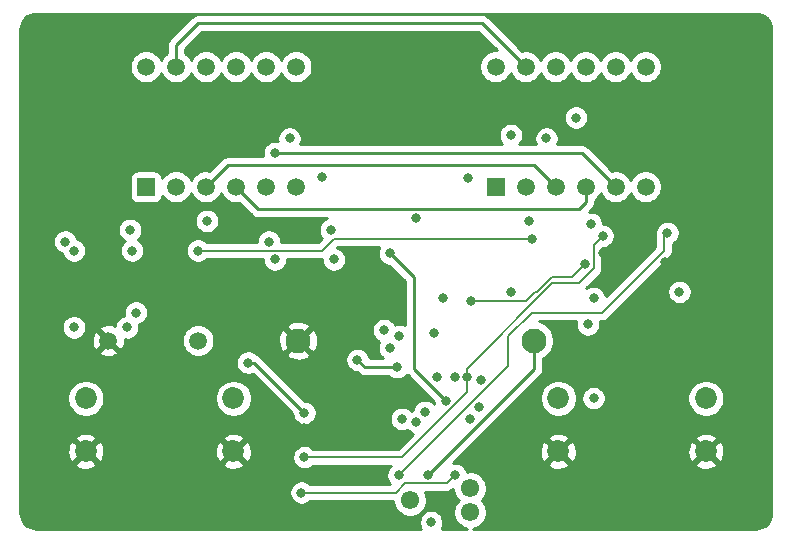
<source format=gbr>
%TF.GenerationSoftware,KiCad,Pcbnew,(5.1.10)-1*%
%TF.CreationDate,2021-09-21T22:06:55+02:00*%
%TF.ProjectId,StopWatch,53746f70-5761-4746-9368-2e6b69636164,rev?*%
%TF.SameCoordinates,Original*%
%TF.FileFunction,Copper,L3,Inr*%
%TF.FilePolarity,Positive*%
%FSLAX46Y46*%
G04 Gerber Fmt 4.6, Leading zero omitted, Abs format (unit mm)*
G04 Created by KiCad (PCBNEW (5.1.10)-1) date 2021-09-21 22:06:55*
%MOMM*%
%LPD*%
G01*
G04 APERTURE LIST*
%TA.AperFunction,ComponentPad*%
%ADD10C,1.850000*%
%TD*%
%TA.AperFunction,ComponentPad*%
%ADD11C,1.550000*%
%TD*%
%TA.AperFunction,ComponentPad*%
%ADD12C,1.500000*%
%TD*%
%TA.AperFunction,ComponentPad*%
%ADD13R,1.500000X1.500000*%
%TD*%
%TA.AperFunction,ComponentPad*%
%ADD14C,2.100000*%
%TD*%
%TA.AperFunction,ViaPad*%
%ADD15C,3.750000*%
%TD*%
%TA.AperFunction,ViaPad*%
%ADD16C,0.800000*%
%TD*%
%TA.AperFunction,Conductor*%
%ADD17C,0.250000*%
%TD*%
%TA.AperFunction,Conductor*%
%ADD18C,0.200000*%
%TD*%
%TA.AperFunction,Conductor*%
%ADD19C,0.254000*%
%TD*%
%TA.AperFunction,Conductor*%
%ADD20C,0.100000*%
%TD*%
G04 APERTURE END LIST*
D10*
%TO.N,Net-(R15-Pad1)*%
%TO.C,S2*%
X32252000Y-64256000D03*
X44752000Y-64256000D03*
%TO.N,gnd*%
X32252000Y-68756000D03*
X44752000Y-68756000D03*
%TD*%
D11*
%TO.N,N/C*%
%TO.C,J1*%
X64790000Y-73901000D03*
X64790000Y-71869000D03*
X59710000Y-72885000D03*
%TD*%
D12*
%TO.N,/D_g*%
%TO.C,U3*%
X77120000Y-46360000D03*
%TO.N,/D_a*%
X69500000Y-36200000D03*
%TO.N,/CC_5*%
X66960000Y-36200000D03*
%TO.N,/D_f*%
X72040000Y-36200000D03*
%TO.N,/CC_6*%
X74580000Y-36200000D03*
%TO.N,/CC_7*%
X77120000Y-36200000D03*
%TO.N,/CC_8*%
X79660000Y-46360000D03*
%TO.N,/D_b*%
X79660000Y-36200000D03*
%TO.N,/D_dp*%
X72040000Y-46360000D03*
%TO.N,/D_c*%
X74580000Y-46360000D03*
D13*
%TO.N,/D_e*%
X66960000Y-46360000D03*
D12*
%TO.N,/D_d*%
X69500000Y-46360000D03*
%TD*%
%TO.N,/CC_1*%
%TO.C,U1*%
X37350000Y-36200000D03*
%TO.N,/D_a*%
X39890000Y-36200000D03*
%TO.N,/D_f*%
X42430000Y-36200000D03*
%TO.N,/CC_2*%
X44970000Y-36200000D03*
%TO.N,/CC_3*%
X47510000Y-36200000D03*
%TO.N,/D_b*%
X50050000Y-36200000D03*
%TO.N,/CC_4*%
X50050000Y-46360000D03*
%TO.N,/D_g*%
X47510000Y-46360000D03*
%TO.N,/D_c*%
X44970000Y-46360000D03*
%TO.N,/D_dp*%
X42430000Y-46360000D03*
%TO.N,/D_d*%
X39890000Y-46360000D03*
D13*
%TO.N,/D_e*%
X37350000Y-46360000D03*
%TD*%
D10*
%TO.N,Net-(R11-Pad1)*%
%TO.C,S1*%
X72252000Y-64256000D03*
X84752000Y-64256000D03*
%TO.N,gnd*%
X72252000Y-68756000D03*
X84752000Y-68756000D03*
%TD*%
D14*
%TO.N,gnd*%
%TO.C,U2*%
X50228500Y-59378700D03*
%TO.N,+3V*%
X70228500Y-59378700D03*
%TD*%
D12*
%TO.N,gnd*%
%TO.C,LS1*%
X34157600Y-59378700D03*
%TO.N,Net-(LS1-Pad1)*%
X41757600Y-59378700D03*
%TD*%
D15*
%TO.N,gnd*%
X28500000Y-33500000D03*
X88500000Y-33500000D03*
X28500000Y-73500000D03*
X88500000Y-73500000D03*
D16*
X62750000Y-74500000D03*
X66000000Y-69250000D03*
X69250000Y-65250000D03*
X55500000Y-67000000D03*
X50750000Y-66750000D03*
X76000000Y-52000000D03*
X81250000Y-52750000D03*
X77500000Y-60750000D03*
%TO.N,+3V*%
X61250000Y-70750000D03*
X50750000Y-65500000D03*
X46000000Y-61250000D03*
%TO.N,/B_1*%
X63500000Y-70750000D03*
X64750000Y-66000000D03*
X50500000Y-72250000D03*
%TO.N,/D_a*%
X65500000Y-65000000D03*
X75000000Y-49500000D03*
X73750000Y-40500000D03*
%TO.N,/D_b*%
X62755025Y-64505025D03*
X58000000Y-52000000D03*
%TO.N,/D_c*%
X58619975Y-61630025D03*
X55250000Y-61000000D03*
%TO.N,/C_1*%
X60950000Y-65417948D03*
X69750000Y-49250000D03*
%TO.N,/C_2*%
X60250000Y-66250000D03*
X60250000Y-49000000D03*
X42500000Y-49250000D03*
%TO.N,/C_3*%
X59000000Y-66000000D03*
X36000000Y-50000000D03*
X53000000Y-50000000D03*
%TO.N,/C_4*%
X58750000Y-59000000D03*
X30500000Y-51000000D03*
X47750000Y-51000000D03*
%TO.N,/D_dp*%
X62000000Y-62500000D03*
%TO.N,/D_g*%
X48250000Y-43500000D03*
X68229846Y-41979846D03*
%TO.N,/D_d*%
X61743615Y-58743615D03*
%TO.N,/D_e*%
X64604846Y-45604846D03*
%TO.N,/C_Buzzer*%
X65750000Y-62675000D03*
X58000000Y-60000000D03*
%TO.N,/CC_1*%
X68249847Y-55224847D03*
X49500000Y-42250000D03*
%TO.N,/CC_2*%
X62500000Y-55750000D03*
X52250000Y-45500000D03*
%TO.N,Net-(R11-Pad1)*%
X75250000Y-64250000D03*
%TO.N,/MCLR*%
X61500000Y-74750000D03*
X63500000Y-62500000D03*
%TO.N,/C_U13*%
X50750000Y-69250000D03*
X64500000Y-62500000D03*
X76000000Y-50500000D03*
%TO.N,/C_display*%
X58737347Y-70762653D03*
X81500000Y-50250000D03*
%TO.N,/U3*%
X48250000Y-52500000D03*
X53250000Y-52500000D03*
X57500000Y-58500000D03*
X64873946Y-56000000D03*
X74550000Y-52880025D03*
X82500000Y-55250000D03*
%TO.N,/U1*%
X31250000Y-51750000D03*
X41750000Y-51750000D03*
X36174999Y-51750000D03*
X70000000Y-50750000D03*
X74750000Y-58000000D03*
%TO.N,/CC_5*%
X75250000Y-55750000D03*
X71250000Y-42250000D03*
%TO.N,/CC_6*%
X35750000Y-58250000D03*
%TO.N,/CC_7*%
X36500000Y-57000000D03*
%TO.N,/CC_8*%
X31250000Y-58250000D03*
%TD*%
D17*
%TO.N,+3V*%
X70228500Y-59378700D02*
X70228500Y-61771500D01*
X70228500Y-61771500D02*
X61250000Y-70750000D01*
X46500000Y-61250000D02*
X46000000Y-61250000D01*
X50750000Y-65500000D02*
X46500000Y-61250000D01*
D18*
%TO.N,/B_1*%
X62799999Y-71450001D02*
X59299999Y-71450001D01*
X63500000Y-70750000D02*
X62799999Y-71450001D01*
X59299999Y-71450001D02*
X58500000Y-72250000D01*
X58500000Y-72250000D02*
X50500000Y-72250000D01*
D17*
%TO.N,/D_a*%
X69500000Y-36200000D02*
X65800000Y-32500000D01*
X65800000Y-32500000D02*
X41750000Y-32500000D01*
X39890000Y-34360000D02*
X39890000Y-36200000D01*
X41750000Y-32500000D02*
X39890000Y-34360000D01*
%TO.N,/D_b*%
X62755025Y-64505025D02*
X61250000Y-63000000D01*
X61250000Y-63000000D02*
X60000000Y-61750000D01*
X60000000Y-61750000D02*
X60000000Y-54000000D01*
X60000000Y-54000000D02*
X58000000Y-52000000D01*
%TO.N,/D_c*%
X74580000Y-46360000D02*
X74580000Y-47670000D01*
X74580000Y-47670000D02*
X74000000Y-48250000D01*
X46860000Y-48250000D02*
X44970000Y-46360000D01*
X74000000Y-48250000D02*
X46860000Y-48250000D01*
X57307023Y-61630025D02*
X58619975Y-61630025D01*
X57307023Y-61630025D02*
X55880025Y-61630025D01*
X55880025Y-61630025D02*
X55250000Y-61000000D01*
%TO.N,/D_dp*%
X44290000Y-44500000D02*
X42430000Y-46360000D01*
X70180000Y-44500000D02*
X44290000Y-44500000D01*
X72040000Y-46360000D02*
X70180000Y-44500000D01*
%TO.N,/D_g*%
X77120000Y-46360000D02*
X74260000Y-43500000D01*
X74260000Y-43500000D02*
X48250000Y-43500000D01*
D18*
%TO.N,/C_U13*%
X50750000Y-69250000D02*
X59000000Y-69250000D01*
X64500000Y-63750000D02*
X64500000Y-62500000D01*
X59000000Y-69250000D02*
X64500000Y-63750000D01*
X64500000Y-62500000D02*
X64500000Y-61750000D01*
X64500000Y-61750000D02*
X71750000Y-54500000D01*
X74000000Y-54500000D02*
X75250000Y-53250000D01*
X71750000Y-54500000D02*
X74000000Y-54500000D01*
X75250000Y-53250000D02*
X75250000Y-51250000D01*
X75250000Y-51250000D02*
X76000000Y-50500000D01*
%TO.N,/C_display*%
X58737347Y-70762653D02*
X68000000Y-61500000D01*
X68000000Y-61500000D02*
X68000000Y-59000000D01*
X68000000Y-59000000D02*
X70000000Y-57000000D01*
X75963998Y-57000000D02*
X81213998Y-51750000D01*
X70000000Y-57000000D02*
X75963998Y-57000000D01*
X81213998Y-50536002D02*
X81500000Y-50250000D01*
X81213998Y-51750000D02*
X81213998Y-50536002D01*
%TO.N,/U3*%
X64873946Y-56000000D02*
X69500000Y-56000000D01*
X70434302Y-55250000D02*
X71684302Y-54000000D01*
X70250000Y-55250000D02*
X70434302Y-55250000D01*
X69500000Y-56000000D02*
X70250000Y-55250000D01*
X73430025Y-54000000D02*
X74550000Y-52880025D01*
X71684302Y-54000000D02*
X73430025Y-54000000D01*
%TO.N,/U1*%
X41750000Y-51750000D02*
X52250000Y-51750000D01*
X52250000Y-51750000D02*
X53250000Y-50750000D01*
X53250000Y-50750000D02*
X70000000Y-50750000D01*
%TD*%
D19*
%TO.N,gnd*%
X89249899Y-31737907D02*
X89490285Y-31810484D01*
X89711991Y-31928368D01*
X89906577Y-32087068D01*
X90066635Y-32280545D01*
X90186064Y-32501424D01*
X90260317Y-32741297D01*
X90290000Y-33023716D01*
X90290001Y-73965269D01*
X90262093Y-74249899D01*
X90189517Y-74490282D01*
X90071633Y-74711989D01*
X89912929Y-74906580D01*
X89719455Y-75066635D01*
X89498576Y-75186064D01*
X89258701Y-75260317D01*
X88976291Y-75290000D01*
X65034446Y-75290000D01*
X65201282Y-75256814D01*
X65457885Y-75150525D01*
X65688822Y-74996218D01*
X65885218Y-74799822D01*
X66039525Y-74568885D01*
X66145814Y-74312282D01*
X66200000Y-74039873D01*
X66200000Y-73762127D01*
X66145814Y-73489718D01*
X66039525Y-73233115D01*
X65885218Y-73002178D01*
X65768040Y-72885000D01*
X65885218Y-72767822D01*
X66039525Y-72536885D01*
X66145814Y-72280282D01*
X66200000Y-72007873D01*
X66200000Y-71730127D01*
X66145814Y-71457718D01*
X66039525Y-71201115D01*
X65885218Y-70970178D01*
X65688822Y-70773782D01*
X65457885Y-70619475D01*
X65201282Y-70513186D01*
X64928873Y-70459000D01*
X64651127Y-70459000D01*
X64503245Y-70488416D01*
X64495226Y-70448102D01*
X64417205Y-70259744D01*
X64303937Y-70090226D01*
X64159774Y-69946063D01*
X63997922Y-69837917D01*
X71349688Y-69837917D01*
X71436393Y-70094653D01*
X71713223Y-70228048D01*
X72010757Y-70304873D01*
X72317562Y-70322176D01*
X72621848Y-70279292D01*
X72911921Y-70177868D01*
X73067607Y-70094653D01*
X73154312Y-69837917D01*
X83849688Y-69837917D01*
X83936393Y-70094653D01*
X84213223Y-70228048D01*
X84510757Y-70304873D01*
X84817562Y-70322176D01*
X85121848Y-70279292D01*
X85411921Y-70177868D01*
X85567607Y-70094653D01*
X85654312Y-69837917D01*
X84752000Y-68935605D01*
X83849688Y-69837917D01*
X73154312Y-69837917D01*
X72252000Y-68935605D01*
X71349688Y-69837917D01*
X63997922Y-69837917D01*
X63990256Y-69832795D01*
X63801898Y-69754774D01*
X63601939Y-69715000D01*
X63398061Y-69715000D01*
X63350301Y-69724500D01*
X64253239Y-68821562D01*
X70685824Y-68821562D01*
X70728708Y-69125848D01*
X70830132Y-69415921D01*
X70913347Y-69571607D01*
X71170083Y-69658312D01*
X72072395Y-68756000D01*
X72431605Y-68756000D01*
X73333917Y-69658312D01*
X73590653Y-69571607D01*
X73724048Y-69294777D01*
X73800873Y-68997243D01*
X73810780Y-68821562D01*
X83185824Y-68821562D01*
X83228708Y-69125848D01*
X83330132Y-69415921D01*
X83413347Y-69571607D01*
X83670083Y-69658312D01*
X84572395Y-68756000D01*
X84931605Y-68756000D01*
X85833917Y-69658312D01*
X86090653Y-69571607D01*
X86224048Y-69294777D01*
X86300873Y-68997243D01*
X86318176Y-68690438D01*
X86275292Y-68386152D01*
X86173868Y-68096079D01*
X86090653Y-67940393D01*
X85833917Y-67853688D01*
X84931605Y-68756000D01*
X84572395Y-68756000D01*
X83670083Y-67853688D01*
X83413347Y-67940393D01*
X83279952Y-68217223D01*
X83203127Y-68514757D01*
X83185824Y-68821562D01*
X73810780Y-68821562D01*
X73818176Y-68690438D01*
X73775292Y-68386152D01*
X73673868Y-68096079D01*
X73590653Y-67940393D01*
X73333917Y-67853688D01*
X72431605Y-68756000D01*
X72072395Y-68756000D01*
X71170083Y-67853688D01*
X70913347Y-67940393D01*
X70779952Y-68217223D01*
X70703127Y-68514757D01*
X70685824Y-68821562D01*
X64253239Y-68821562D01*
X65400718Y-67674083D01*
X71349688Y-67674083D01*
X72252000Y-68576395D01*
X73154312Y-67674083D01*
X83849688Y-67674083D01*
X84752000Y-68576395D01*
X85654312Y-67674083D01*
X85567607Y-67417347D01*
X85290777Y-67283952D01*
X84993243Y-67207127D01*
X84686438Y-67189824D01*
X84382152Y-67232708D01*
X84092079Y-67334132D01*
X83936393Y-67417347D01*
X83849688Y-67674083D01*
X73154312Y-67674083D01*
X73067607Y-67417347D01*
X72790777Y-67283952D01*
X72493243Y-67207127D01*
X72186438Y-67189824D01*
X71882152Y-67232708D01*
X71592079Y-67334132D01*
X71436393Y-67417347D01*
X71349688Y-67674083D01*
X65400718Y-67674083D01*
X68972449Y-64102353D01*
X70692000Y-64102353D01*
X70692000Y-64409647D01*
X70751950Y-64711035D01*
X70869546Y-64994937D01*
X71040269Y-65250442D01*
X71257558Y-65467731D01*
X71513063Y-65638454D01*
X71796965Y-65756050D01*
X72098353Y-65816000D01*
X72405647Y-65816000D01*
X72707035Y-65756050D01*
X72990937Y-65638454D01*
X73246442Y-65467731D01*
X73463731Y-65250442D01*
X73634454Y-64994937D01*
X73752050Y-64711035D01*
X73812000Y-64409647D01*
X73812000Y-64148061D01*
X74215000Y-64148061D01*
X74215000Y-64351939D01*
X74254774Y-64551898D01*
X74332795Y-64740256D01*
X74446063Y-64909774D01*
X74590226Y-65053937D01*
X74759744Y-65167205D01*
X74948102Y-65245226D01*
X75148061Y-65285000D01*
X75351939Y-65285000D01*
X75551898Y-65245226D01*
X75740256Y-65167205D01*
X75909774Y-65053937D01*
X76053937Y-64909774D01*
X76167205Y-64740256D01*
X76245226Y-64551898D01*
X76285000Y-64351939D01*
X76285000Y-64148061D01*
X76275909Y-64102353D01*
X83192000Y-64102353D01*
X83192000Y-64409647D01*
X83251950Y-64711035D01*
X83369546Y-64994937D01*
X83540269Y-65250442D01*
X83757558Y-65467731D01*
X84013063Y-65638454D01*
X84296965Y-65756050D01*
X84598353Y-65816000D01*
X84905647Y-65816000D01*
X85207035Y-65756050D01*
X85490937Y-65638454D01*
X85746442Y-65467731D01*
X85963731Y-65250442D01*
X86134454Y-64994937D01*
X86252050Y-64711035D01*
X86312000Y-64409647D01*
X86312000Y-64102353D01*
X86252050Y-63800965D01*
X86134454Y-63517063D01*
X85963731Y-63261558D01*
X85746442Y-63044269D01*
X85490937Y-62873546D01*
X85207035Y-62755950D01*
X84905647Y-62696000D01*
X84598353Y-62696000D01*
X84296965Y-62755950D01*
X84013063Y-62873546D01*
X83757558Y-63044269D01*
X83540269Y-63261558D01*
X83369546Y-63517063D01*
X83251950Y-63800965D01*
X83192000Y-64102353D01*
X76275909Y-64102353D01*
X76245226Y-63948102D01*
X76167205Y-63759744D01*
X76053937Y-63590226D01*
X75909774Y-63446063D01*
X75740256Y-63332795D01*
X75551898Y-63254774D01*
X75351939Y-63215000D01*
X75148061Y-63215000D01*
X74948102Y-63254774D01*
X74759744Y-63332795D01*
X74590226Y-63446063D01*
X74446063Y-63590226D01*
X74332795Y-63759744D01*
X74254774Y-63948102D01*
X74215000Y-64148061D01*
X73812000Y-64148061D01*
X73812000Y-64102353D01*
X73752050Y-63800965D01*
X73634454Y-63517063D01*
X73463731Y-63261558D01*
X73246442Y-63044269D01*
X72990937Y-62873546D01*
X72707035Y-62755950D01*
X72405647Y-62696000D01*
X72098353Y-62696000D01*
X71796965Y-62755950D01*
X71513063Y-62873546D01*
X71257558Y-63044269D01*
X71040269Y-63261558D01*
X70869546Y-63517063D01*
X70751950Y-63800965D01*
X70692000Y-64102353D01*
X68972449Y-64102353D01*
X70739508Y-62335295D01*
X70768501Y-62311501D01*
X70792295Y-62282508D01*
X70792299Y-62282504D01*
X70863473Y-62195777D01*
X70864517Y-62193824D01*
X70934046Y-62063747D01*
X70977503Y-61920486D01*
X70988500Y-61808833D01*
X70988500Y-61808824D01*
X70992176Y-61771501D01*
X70988500Y-61734178D01*
X70988500Y-60887729D01*
X71026647Y-60871928D01*
X71302625Y-60687525D01*
X71537325Y-60452825D01*
X71721728Y-60176847D01*
X71848746Y-59870196D01*
X71913500Y-59544658D01*
X71913500Y-59212742D01*
X71848746Y-58887204D01*
X71721728Y-58580553D01*
X71537325Y-58304575D01*
X71302625Y-58069875D01*
X71026647Y-57885472D01*
X70719996Y-57758454D01*
X70602086Y-57735000D01*
X73747435Y-57735000D01*
X73715000Y-57898061D01*
X73715000Y-58101939D01*
X73754774Y-58301898D01*
X73832795Y-58490256D01*
X73946063Y-58659774D01*
X74090226Y-58803937D01*
X74259744Y-58917205D01*
X74448102Y-58995226D01*
X74648061Y-59035000D01*
X74851939Y-59035000D01*
X75051898Y-58995226D01*
X75240256Y-58917205D01*
X75409774Y-58803937D01*
X75553937Y-58659774D01*
X75667205Y-58490256D01*
X75745226Y-58301898D01*
X75785000Y-58101939D01*
X75785000Y-57898061D01*
X75752565Y-57735000D01*
X75927893Y-57735000D01*
X75963998Y-57738556D01*
X76000103Y-57735000D01*
X76108083Y-57724365D01*
X76246631Y-57682337D01*
X76374318Y-57614087D01*
X76486236Y-57522238D01*
X76509257Y-57494187D01*
X78855383Y-55148061D01*
X81465000Y-55148061D01*
X81465000Y-55351939D01*
X81504774Y-55551898D01*
X81582795Y-55740256D01*
X81696063Y-55909774D01*
X81840226Y-56053937D01*
X82009744Y-56167205D01*
X82198102Y-56245226D01*
X82398061Y-56285000D01*
X82601939Y-56285000D01*
X82801898Y-56245226D01*
X82990256Y-56167205D01*
X83159774Y-56053937D01*
X83303937Y-55909774D01*
X83417205Y-55740256D01*
X83495226Y-55551898D01*
X83535000Y-55351939D01*
X83535000Y-55148061D01*
X83495226Y-54948102D01*
X83417205Y-54759744D01*
X83303937Y-54590226D01*
X83159774Y-54446063D01*
X82990256Y-54332795D01*
X82801898Y-54254774D01*
X82601939Y-54215000D01*
X82398061Y-54215000D01*
X82198102Y-54254774D01*
X82009744Y-54332795D01*
X81840226Y-54446063D01*
X81696063Y-54590226D01*
X81582795Y-54759744D01*
X81504774Y-54948102D01*
X81465000Y-55148061D01*
X78855383Y-55148061D01*
X81708195Y-52295249D01*
X81736235Y-52272238D01*
X81759248Y-52244197D01*
X81759251Y-52244194D01*
X81828084Y-52160321D01*
X81828085Y-52160320D01*
X81896335Y-52032633D01*
X81938363Y-51894085D01*
X81948998Y-51786105D01*
X81948998Y-51786096D01*
X81952553Y-51750001D01*
X81948998Y-51713906D01*
X81948998Y-51184295D01*
X81990256Y-51167205D01*
X82159774Y-51053937D01*
X82303937Y-50909774D01*
X82417205Y-50740256D01*
X82495226Y-50551898D01*
X82535000Y-50351939D01*
X82535000Y-50148061D01*
X82495226Y-49948102D01*
X82417205Y-49759744D01*
X82303937Y-49590226D01*
X82159774Y-49446063D01*
X81990256Y-49332795D01*
X81801898Y-49254774D01*
X81601939Y-49215000D01*
X81398061Y-49215000D01*
X81198102Y-49254774D01*
X81009744Y-49332795D01*
X80840226Y-49446063D01*
X80696063Y-49590226D01*
X80582795Y-49759744D01*
X80504774Y-49948102D01*
X80465000Y-50148061D01*
X80465000Y-50351939D01*
X80484109Y-50448006D01*
X80475442Y-50536002D01*
X80478999Y-50572117D01*
X80478998Y-51445553D01*
X76283588Y-55640964D01*
X76245226Y-55448102D01*
X76167205Y-55259744D01*
X76053937Y-55090226D01*
X75909774Y-54946063D01*
X75740256Y-54832795D01*
X75551898Y-54754774D01*
X75351939Y-54715000D01*
X75148061Y-54715000D01*
X74948102Y-54754774D01*
X74759744Y-54832795D01*
X74599740Y-54939706D01*
X75744197Y-53795250D01*
X75772237Y-53772238D01*
X75795250Y-53744197D01*
X75795253Y-53744194D01*
X75844684Y-53683962D01*
X75864087Y-53660320D01*
X75932337Y-53532633D01*
X75974365Y-53394085D01*
X75985000Y-53286105D01*
X75985000Y-53286104D01*
X75988556Y-53250000D01*
X75985000Y-53213895D01*
X75985000Y-51554446D01*
X76004446Y-51535000D01*
X76101939Y-51535000D01*
X76301898Y-51495226D01*
X76490256Y-51417205D01*
X76659774Y-51303937D01*
X76803937Y-51159774D01*
X76917205Y-50990256D01*
X76995226Y-50801898D01*
X77035000Y-50601939D01*
X77035000Y-50398061D01*
X76995226Y-50198102D01*
X76917205Y-50009744D01*
X76803937Y-49840226D01*
X76659774Y-49696063D01*
X76490256Y-49582795D01*
X76301898Y-49504774D01*
X76101939Y-49465000D01*
X76035000Y-49465000D01*
X76035000Y-49398061D01*
X75995226Y-49198102D01*
X75917205Y-49009744D01*
X75803937Y-48840226D01*
X75659774Y-48696063D01*
X75490256Y-48582795D01*
X75301898Y-48504774D01*
X75101939Y-48465000D01*
X74898061Y-48465000D01*
X74850302Y-48474500D01*
X75091002Y-48233800D01*
X75120001Y-48210001D01*
X75214974Y-48094276D01*
X75285546Y-47962247D01*
X75329003Y-47818986D01*
X75340000Y-47707333D01*
X75340000Y-47707323D01*
X75343676Y-47670000D01*
X75340000Y-47632677D01*
X75340000Y-47517909D01*
X75462886Y-47435799D01*
X75655799Y-47242886D01*
X75807371Y-47016043D01*
X75850000Y-46913127D01*
X75892629Y-47016043D01*
X76044201Y-47242886D01*
X76237114Y-47435799D01*
X76463957Y-47587371D01*
X76716011Y-47691775D01*
X76983589Y-47745000D01*
X77256411Y-47745000D01*
X77523989Y-47691775D01*
X77776043Y-47587371D01*
X78002886Y-47435799D01*
X78195799Y-47242886D01*
X78347371Y-47016043D01*
X78390000Y-46913127D01*
X78432629Y-47016043D01*
X78584201Y-47242886D01*
X78777114Y-47435799D01*
X79003957Y-47587371D01*
X79256011Y-47691775D01*
X79523589Y-47745000D01*
X79796411Y-47745000D01*
X80063989Y-47691775D01*
X80316043Y-47587371D01*
X80542886Y-47435799D01*
X80735799Y-47242886D01*
X80887371Y-47016043D01*
X80991775Y-46763989D01*
X81045000Y-46496411D01*
X81045000Y-46223589D01*
X80991775Y-45956011D01*
X80887371Y-45703957D01*
X80735799Y-45477114D01*
X80542886Y-45284201D01*
X80316043Y-45132629D01*
X80063989Y-45028225D01*
X79796411Y-44975000D01*
X79523589Y-44975000D01*
X79256011Y-45028225D01*
X79003957Y-45132629D01*
X78777114Y-45284201D01*
X78584201Y-45477114D01*
X78432629Y-45703957D01*
X78390000Y-45806873D01*
X78347371Y-45703957D01*
X78195799Y-45477114D01*
X78002886Y-45284201D01*
X77776043Y-45132629D01*
X77523989Y-45028225D01*
X77256411Y-44975000D01*
X76983589Y-44975000D01*
X76838635Y-45003833D01*
X74823804Y-42989003D01*
X74800001Y-42959999D01*
X74684276Y-42865026D01*
X74552247Y-42794454D01*
X74408986Y-42750997D01*
X74297333Y-42740000D01*
X74297322Y-42740000D01*
X74260000Y-42736324D01*
X74222678Y-42740000D01*
X72167311Y-42740000D01*
X72245226Y-42551898D01*
X72285000Y-42351939D01*
X72285000Y-42148061D01*
X72245226Y-41948102D01*
X72167205Y-41759744D01*
X72053937Y-41590226D01*
X71909774Y-41446063D01*
X71740256Y-41332795D01*
X71551898Y-41254774D01*
X71351939Y-41215000D01*
X71148061Y-41215000D01*
X70948102Y-41254774D01*
X70759744Y-41332795D01*
X70590226Y-41446063D01*
X70446063Y-41590226D01*
X70332795Y-41759744D01*
X70254774Y-41948102D01*
X70215000Y-42148061D01*
X70215000Y-42351939D01*
X70254774Y-42551898D01*
X70332689Y-42740000D01*
X68933403Y-42740000D01*
X69033783Y-42639620D01*
X69147051Y-42470102D01*
X69225072Y-42281744D01*
X69264846Y-42081785D01*
X69264846Y-41877907D01*
X69225072Y-41677948D01*
X69147051Y-41489590D01*
X69033783Y-41320072D01*
X68889620Y-41175909D01*
X68720102Y-41062641D01*
X68531744Y-40984620D01*
X68331785Y-40944846D01*
X68127907Y-40944846D01*
X67927948Y-40984620D01*
X67739590Y-41062641D01*
X67570072Y-41175909D01*
X67425909Y-41320072D01*
X67312641Y-41489590D01*
X67234620Y-41677948D01*
X67194846Y-41877907D01*
X67194846Y-42081785D01*
X67234620Y-42281744D01*
X67312641Y-42470102D01*
X67425909Y-42639620D01*
X67526289Y-42740000D01*
X50417311Y-42740000D01*
X50495226Y-42551898D01*
X50535000Y-42351939D01*
X50535000Y-42148061D01*
X50495226Y-41948102D01*
X50417205Y-41759744D01*
X50303937Y-41590226D01*
X50159774Y-41446063D01*
X49990256Y-41332795D01*
X49801898Y-41254774D01*
X49601939Y-41215000D01*
X49398061Y-41215000D01*
X49198102Y-41254774D01*
X49009744Y-41332795D01*
X48840226Y-41446063D01*
X48696063Y-41590226D01*
X48582795Y-41759744D01*
X48504774Y-41948102D01*
X48465000Y-42148061D01*
X48465000Y-42351939D01*
X48493073Y-42493073D01*
X48351939Y-42465000D01*
X48148061Y-42465000D01*
X47948102Y-42504774D01*
X47759744Y-42582795D01*
X47590226Y-42696063D01*
X47446063Y-42840226D01*
X47332795Y-43009744D01*
X47254774Y-43198102D01*
X47215000Y-43398061D01*
X47215000Y-43601939D01*
X47242462Y-43740000D01*
X44327322Y-43740000D01*
X44289999Y-43736324D01*
X44252676Y-43740000D01*
X44252667Y-43740000D01*
X44141014Y-43750997D01*
X43997753Y-43794454D01*
X43865724Y-43865026D01*
X43749999Y-43959999D01*
X43726201Y-43988997D01*
X42711365Y-45003833D01*
X42566411Y-44975000D01*
X42293589Y-44975000D01*
X42026011Y-45028225D01*
X41773957Y-45132629D01*
X41547114Y-45284201D01*
X41354201Y-45477114D01*
X41202629Y-45703957D01*
X41160000Y-45806873D01*
X41117371Y-45703957D01*
X40965799Y-45477114D01*
X40772886Y-45284201D01*
X40546043Y-45132629D01*
X40293989Y-45028225D01*
X40026411Y-44975000D01*
X39753589Y-44975000D01*
X39486011Y-45028225D01*
X39233957Y-45132629D01*
X39007114Y-45284201D01*
X38814201Y-45477114D01*
X38736445Y-45593483D01*
X38725812Y-45485518D01*
X38689502Y-45365820D01*
X38630537Y-45255506D01*
X38551185Y-45158815D01*
X38454494Y-45079463D01*
X38344180Y-45020498D01*
X38224482Y-44984188D01*
X38100000Y-44971928D01*
X36600000Y-44971928D01*
X36475518Y-44984188D01*
X36355820Y-45020498D01*
X36245506Y-45079463D01*
X36148815Y-45158815D01*
X36069463Y-45255506D01*
X36010498Y-45365820D01*
X35974188Y-45485518D01*
X35961928Y-45610000D01*
X35961928Y-47110000D01*
X35974188Y-47234482D01*
X36010498Y-47354180D01*
X36069463Y-47464494D01*
X36148815Y-47561185D01*
X36245506Y-47640537D01*
X36355820Y-47699502D01*
X36475518Y-47735812D01*
X36600000Y-47748072D01*
X38100000Y-47748072D01*
X38224482Y-47735812D01*
X38344180Y-47699502D01*
X38454494Y-47640537D01*
X38551185Y-47561185D01*
X38630537Y-47464494D01*
X38689502Y-47354180D01*
X38725812Y-47234482D01*
X38736445Y-47126517D01*
X38814201Y-47242886D01*
X39007114Y-47435799D01*
X39233957Y-47587371D01*
X39486011Y-47691775D01*
X39753589Y-47745000D01*
X40026411Y-47745000D01*
X40293989Y-47691775D01*
X40546043Y-47587371D01*
X40772886Y-47435799D01*
X40965799Y-47242886D01*
X41117371Y-47016043D01*
X41160000Y-46913127D01*
X41202629Y-47016043D01*
X41354201Y-47242886D01*
X41547114Y-47435799D01*
X41773957Y-47587371D01*
X42026011Y-47691775D01*
X42293589Y-47745000D01*
X42566411Y-47745000D01*
X42833989Y-47691775D01*
X43086043Y-47587371D01*
X43312886Y-47435799D01*
X43505799Y-47242886D01*
X43657371Y-47016043D01*
X43700000Y-46913127D01*
X43742629Y-47016043D01*
X43894201Y-47242886D01*
X44087114Y-47435799D01*
X44313957Y-47587371D01*
X44566011Y-47691775D01*
X44833589Y-47745000D01*
X45106411Y-47745000D01*
X45251365Y-47716167D01*
X46296201Y-48761003D01*
X46319999Y-48790001D01*
X46435724Y-48884974D01*
X46567753Y-48955546D01*
X46711014Y-48999003D01*
X46822667Y-49010000D01*
X46822675Y-49010000D01*
X46860000Y-49013676D01*
X46897325Y-49010000D01*
X52685485Y-49010000D01*
X52509744Y-49082795D01*
X52340226Y-49196063D01*
X52196063Y-49340226D01*
X52082795Y-49509744D01*
X52004774Y-49698102D01*
X51965000Y-49898061D01*
X51965000Y-50101939D01*
X52004774Y-50301898D01*
X52082795Y-50490256D01*
X52196063Y-50659774D01*
X52248421Y-50712132D01*
X51945554Y-51015000D01*
X48785000Y-51015000D01*
X48785000Y-50898061D01*
X48745226Y-50698102D01*
X48667205Y-50509744D01*
X48553937Y-50340226D01*
X48409774Y-50196063D01*
X48240256Y-50082795D01*
X48051898Y-50004774D01*
X47851939Y-49965000D01*
X47648061Y-49965000D01*
X47448102Y-50004774D01*
X47259744Y-50082795D01*
X47090226Y-50196063D01*
X46946063Y-50340226D01*
X46832795Y-50509744D01*
X46754774Y-50698102D01*
X46715000Y-50898061D01*
X46715000Y-51015000D01*
X42478711Y-51015000D01*
X42409774Y-50946063D01*
X42240256Y-50832795D01*
X42051898Y-50754774D01*
X41851939Y-50715000D01*
X41648061Y-50715000D01*
X41448102Y-50754774D01*
X41259744Y-50832795D01*
X41090226Y-50946063D01*
X40946063Y-51090226D01*
X40832795Y-51259744D01*
X40754774Y-51448102D01*
X40715000Y-51648061D01*
X40715000Y-51851939D01*
X40754774Y-52051898D01*
X40832795Y-52240256D01*
X40946063Y-52409774D01*
X41090226Y-52553937D01*
X41259744Y-52667205D01*
X41448102Y-52745226D01*
X41648061Y-52785000D01*
X41851939Y-52785000D01*
X42051898Y-52745226D01*
X42240256Y-52667205D01*
X42409774Y-52553937D01*
X42478711Y-52485000D01*
X47215000Y-52485000D01*
X47215000Y-52601939D01*
X47254774Y-52801898D01*
X47332795Y-52990256D01*
X47446063Y-53159774D01*
X47590226Y-53303937D01*
X47759744Y-53417205D01*
X47948102Y-53495226D01*
X48148061Y-53535000D01*
X48351939Y-53535000D01*
X48551898Y-53495226D01*
X48740256Y-53417205D01*
X48909774Y-53303937D01*
X49053937Y-53159774D01*
X49167205Y-52990256D01*
X49245226Y-52801898D01*
X49285000Y-52601939D01*
X49285000Y-52485000D01*
X52213895Y-52485000D01*
X52215000Y-52485109D01*
X52215000Y-52601939D01*
X52254774Y-52801898D01*
X52332795Y-52990256D01*
X52446063Y-53159774D01*
X52590226Y-53303937D01*
X52759744Y-53417205D01*
X52948102Y-53495226D01*
X53148061Y-53535000D01*
X53351939Y-53535000D01*
X53551898Y-53495226D01*
X53740256Y-53417205D01*
X53909774Y-53303937D01*
X54053937Y-53159774D01*
X54167205Y-52990256D01*
X54245226Y-52801898D01*
X54285000Y-52601939D01*
X54285000Y-52398061D01*
X54245226Y-52198102D01*
X54167205Y-52009744D01*
X54053937Y-51840226D01*
X53909774Y-51696063D01*
X53740256Y-51582795D01*
X53551898Y-51504774D01*
X53537531Y-51501916D01*
X53554447Y-51485000D01*
X57099328Y-51485000D01*
X57082795Y-51509744D01*
X57004774Y-51698102D01*
X56965000Y-51898061D01*
X56965000Y-52101939D01*
X57004774Y-52301898D01*
X57082795Y-52490256D01*
X57196063Y-52659774D01*
X57340226Y-52803937D01*
X57509744Y-52917205D01*
X57698102Y-52995226D01*
X57898061Y-53035000D01*
X57960199Y-53035000D01*
X59240001Y-54314803D01*
X59240000Y-58082689D01*
X59051898Y-58004774D01*
X58851939Y-57965000D01*
X58648061Y-57965000D01*
X58448102Y-58004774D01*
X58419973Y-58016426D01*
X58417205Y-58009744D01*
X58303937Y-57840226D01*
X58159774Y-57696063D01*
X57990256Y-57582795D01*
X57801898Y-57504774D01*
X57601939Y-57465000D01*
X57398061Y-57465000D01*
X57198102Y-57504774D01*
X57009744Y-57582795D01*
X56840226Y-57696063D01*
X56696063Y-57840226D01*
X56582795Y-58009744D01*
X56504774Y-58198102D01*
X56465000Y-58398061D01*
X56465000Y-58601939D01*
X56504774Y-58801898D01*
X56582795Y-58990256D01*
X56696063Y-59159774D01*
X56840226Y-59303937D01*
X57009744Y-59417205D01*
X57115388Y-59460965D01*
X57082795Y-59509744D01*
X57004774Y-59698102D01*
X56965000Y-59898061D01*
X56965000Y-60101939D01*
X57004774Y-60301898D01*
X57082795Y-60490256D01*
X57196063Y-60659774D01*
X57340226Y-60803937D01*
X57439134Y-60870025D01*
X56279423Y-60870025D01*
X56245226Y-60698102D01*
X56167205Y-60509744D01*
X56053937Y-60340226D01*
X55909774Y-60196063D01*
X55740256Y-60082795D01*
X55551898Y-60004774D01*
X55351939Y-59965000D01*
X55148061Y-59965000D01*
X54948102Y-60004774D01*
X54759744Y-60082795D01*
X54590226Y-60196063D01*
X54446063Y-60340226D01*
X54332795Y-60509744D01*
X54254774Y-60698102D01*
X54215000Y-60898061D01*
X54215000Y-61101939D01*
X54254774Y-61301898D01*
X54332795Y-61490256D01*
X54446063Y-61659774D01*
X54590226Y-61803937D01*
X54759744Y-61917205D01*
X54948102Y-61995226D01*
X55148061Y-62035000D01*
X55210198Y-62035000D01*
X55316225Y-62141027D01*
X55340024Y-62170026D01*
X55369022Y-62193824D01*
X55455748Y-62264999D01*
X55512349Y-62295253D01*
X55587778Y-62335571D01*
X55731039Y-62379028D01*
X55842692Y-62390025D01*
X55842702Y-62390025D01*
X55880025Y-62393701D01*
X55917348Y-62390025D01*
X57916264Y-62390025D01*
X57960201Y-62433962D01*
X58129719Y-62547230D01*
X58318077Y-62625251D01*
X58518036Y-62665025D01*
X58721914Y-62665025D01*
X58921873Y-62625251D01*
X59110231Y-62547230D01*
X59279749Y-62433962D01*
X59423912Y-62289799D01*
X59440033Y-62265672D01*
X59459999Y-62290001D01*
X59489003Y-62313804D01*
X60738997Y-63563799D01*
X60739002Y-63563803D01*
X61720025Y-64544827D01*
X61720025Y-64606964D01*
X61749150Y-64753387D01*
X61609774Y-64614011D01*
X61440256Y-64500743D01*
X61251898Y-64422722D01*
X61051939Y-64382948D01*
X60848061Y-64382948D01*
X60648102Y-64422722D01*
X60459744Y-64500743D01*
X60290226Y-64614011D01*
X60146063Y-64758174D01*
X60032795Y-64927692D01*
X59954774Y-65116050D01*
X59925302Y-65264218D01*
X59785739Y-65322028D01*
X59659774Y-65196063D01*
X59490256Y-65082795D01*
X59301898Y-65004774D01*
X59101939Y-64965000D01*
X58898061Y-64965000D01*
X58698102Y-65004774D01*
X58509744Y-65082795D01*
X58340226Y-65196063D01*
X58196063Y-65340226D01*
X58082795Y-65509744D01*
X58004774Y-65698102D01*
X57965000Y-65898061D01*
X57965000Y-66101939D01*
X58004774Y-66301898D01*
X58082795Y-66490256D01*
X58196063Y-66659774D01*
X58340226Y-66803937D01*
X58509744Y-66917205D01*
X58698102Y-66995226D01*
X58898061Y-67035000D01*
X59101939Y-67035000D01*
X59301898Y-66995226D01*
X59464261Y-66927972D01*
X59590226Y-67053937D01*
X59759744Y-67167205D01*
X59948102Y-67245226D01*
X59962470Y-67248084D01*
X58695554Y-68515000D01*
X51478711Y-68515000D01*
X51409774Y-68446063D01*
X51240256Y-68332795D01*
X51051898Y-68254774D01*
X50851939Y-68215000D01*
X50648061Y-68215000D01*
X50448102Y-68254774D01*
X50259744Y-68332795D01*
X50090226Y-68446063D01*
X49946063Y-68590226D01*
X49832795Y-68759744D01*
X49754774Y-68948102D01*
X49715000Y-69148061D01*
X49715000Y-69351939D01*
X49754774Y-69551898D01*
X49832795Y-69740256D01*
X49946063Y-69909774D01*
X50090226Y-70053937D01*
X50259744Y-70167205D01*
X50448102Y-70245226D01*
X50648061Y-70285000D01*
X50851939Y-70285000D01*
X51051898Y-70245226D01*
X51240256Y-70167205D01*
X51409774Y-70053937D01*
X51478711Y-69985000D01*
X58051289Y-69985000D01*
X57933410Y-70102879D01*
X57820142Y-70272397D01*
X57742121Y-70460755D01*
X57702347Y-70660714D01*
X57702347Y-70864592D01*
X57742121Y-71064551D01*
X57820142Y-71252909D01*
X57933410Y-71422427D01*
X58025983Y-71515000D01*
X51228711Y-71515000D01*
X51159774Y-71446063D01*
X50990256Y-71332795D01*
X50801898Y-71254774D01*
X50601939Y-71215000D01*
X50398061Y-71215000D01*
X50198102Y-71254774D01*
X50009744Y-71332795D01*
X49840226Y-71446063D01*
X49696063Y-71590226D01*
X49582795Y-71759744D01*
X49504774Y-71948102D01*
X49465000Y-72148061D01*
X49465000Y-72351939D01*
X49504774Y-72551898D01*
X49582795Y-72740256D01*
X49696063Y-72909774D01*
X49840226Y-73053937D01*
X50009744Y-73167205D01*
X50198102Y-73245226D01*
X50398061Y-73285000D01*
X50601939Y-73285000D01*
X50801898Y-73245226D01*
X50990256Y-73167205D01*
X51159774Y-73053937D01*
X51228711Y-72985000D01*
X58300000Y-72985000D01*
X58300000Y-73023873D01*
X58354186Y-73296282D01*
X58460475Y-73552885D01*
X58614782Y-73783822D01*
X58811178Y-73980218D01*
X59042115Y-74134525D01*
X59298718Y-74240814D01*
X59571127Y-74295000D01*
X59848873Y-74295000D01*
X60121282Y-74240814D01*
X60377885Y-74134525D01*
X60608822Y-73980218D01*
X60805218Y-73783822D01*
X60959525Y-73552885D01*
X61065814Y-73296282D01*
X61120000Y-73023873D01*
X61120000Y-72746127D01*
X61065814Y-72473718D01*
X60959525Y-72217115D01*
X60938067Y-72185001D01*
X62763894Y-72185001D01*
X62799999Y-72188557D01*
X62836104Y-72185001D01*
X62944084Y-72174366D01*
X63082632Y-72132338D01*
X63210319Y-72064088D01*
X63322237Y-71972239D01*
X63345257Y-71944189D01*
X63380000Y-71909446D01*
X63380000Y-72007873D01*
X63434186Y-72280282D01*
X63540475Y-72536885D01*
X63694782Y-72767822D01*
X63811960Y-72885000D01*
X63694782Y-73002178D01*
X63540475Y-73233115D01*
X63434186Y-73489718D01*
X63380000Y-73762127D01*
X63380000Y-74039873D01*
X63434186Y-74312282D01*
X63540475Y-74568885D01*
X63694782Y-74799822D01*
X63891178Y-74996218D01*
X64122115Y-75150525D01*
X64378718Y-75256814D01*
X64545554Y-75290000D01*
X62383967Y-75290000D01*
X62417205Y-75240256D01*
X62495226Y-75051898D01*
X62535000Y-74851939D01*
X62535000Y-74648061D01*
X62495226Y-74448102D01*
X62417205Y-74259744D01*
X62303937Y-74090226D01*
X62159774Y-73946063D01*
X61990256Y-73832795D01*
X61801898Y-73754774D01*
X61601939Y-73715000D01*
X61398061Y-73715000D01*
X61198102Y-73754774D01*
X61009744Y-73832795D01*
X60840226Y-73946063D01*
X60696063Y-74090226D01*
X60582795Y-74259744D01*
X60504774Y-74448102D01*
X60465000Y-74648061D01*
X60465000Y-74851939D01*
X60504774Y-75051898D01*
X60582795Y-75240256D01*
X60616033Y-75290000D01*
X28034721Y-75290000D01*
X27750101Y-75262093D01*
X27509718Y-75189517D01*
X27288011Y-75071633D01*
X27093420Y-74912929D01*
X26933365Y-74719455D01*
X26813936Y-74498576D01*
X26739683Y-74258701D01*
X26710000Y-73976291D01*
X26710000Y-69837917D01*
X31349688Y-69837917D01*
X31436393Y-70094653D01*
X31713223Y-70228048D01*
X32010757Y-70304873D01*
X32317562Y-70322176D01*
X32621848Y-70279292D01*
X32911921Y-70177868D01*
X33067607Y-70094653D01*
X33154312Y-69837917D01*
X43849688Y-69837917D01*
X43936393Y-70094653D01*
X44213223Y-70228048D01*
X44510757Y-70304873D01*
X44817562Y-70322176D01*
X45121848Y-70279292D01*
X45411921Y-70177868D01*
X45567607Y-70094653D01*
X45654312Y-69837917D01*
X44752000Y-68935605D01*
X43849688Y-69837917D01*
X33154312Y-69837917D01*
X32252000Y-68935605D01*
X31349688Y-69837917D01*
X26710000Y-69837917D01*
X26710000Y-68821562D01*
X30685824Y-68821562D01*
X30728708Y-69125848D01*
X30830132Y-69415921D01*
X30913347Y-69571607D01*
X31170083Y-69658312D01*
X32072395Y-68756000D01*
X32431605Y-68756000D01*
X33333917Y-69658312D01*
X33590653Y-69571607D01*
X33724048Y-69294777D01*
X33800873Y-68997243D01*
X33810780Y-68821562D01*
X43185824Y-68821562D01*
X43228708Y-69125848D01*
X43330132Y-69415921D01*
X43413347Y-69571607D01*
X43670083Y-69658312D01*
X44572395Y-68756000D01*
X44931605Y-68756000D01*
X45833917Y-69658312D01*
X46090653Y-69571607D01*
X46224048Y-69294777D01*
X46300873Y-68997243D01*
X46318176Y-68690438D01*
X46275292Y-68386152D01*
X46173868Y-68096079D01*
X46090653Y-67940393D01*
X45833917Y-67853688D01*
X44931605Y-68756000D01*
X44572395Y-68756000D01*
X43670083Y-67853688D01*
X43413347Y-67940393D01*
X43279952Y-68217223D01*
X43203127Y-68514757D01*
X43185824Y-68821562D01*
X33810780Y-68821562D01*
X33818176Y-68690438D01*
X33775292Y-68386152D01*
X33673868Y-68096079D01*
X33590653Y-67940393D01*
X33333917Y-67853688D01*
X32431605Y-68756000D01*
X32072395Y-68756000D01*
X31170083Y-67853688D01*
X30913347Y-67940393D01*
X30779952Y-68217223D01*
X30703127Y-68514757D01*
X30685824Y-68821562D01*
X26710000Y-68821562D01*
X26710000Y-67674083D01*
X31349688Y-67674083D01*
X32252000Y-68576395D01*
X33154312Y-67674083D01*
X43849688Y-67674083D01*
X44752000Y-68576395D01*
X45654312Y-67674083D01*
X45567607Y-67417347D01*
X45290777Y-67283952D01*
X44993243Y-67207127D01*
X44686438Y-67189824D01*
X44382152Y-67232708D01*
X44092079Y-67334132D01*
X43936393Y-67417347D01*
X43849688Y-67674083D01*
X33154312Y-67674083D01*
X33067607Y-67417347D01*
X32790777Y-67283952D01*
X32493243Y-67207127D01*
X32186438Y-67189824D01*
X31882152Y-67232708D01*
X31592079Y-67334132D01*
X31436393Y-67417347D01*
X31349688Y-67674083D01*
X26710000Y-67674083D01*
X26710000Y-64102353D01*
X30692000Y-64102353D01*
X30692000Y-64409647D01*
X30751950Y-64711035D01*
X30869546Y-64994937D01*
X31040269Y-65250442D01*
X31257558Y-65467731D01*
X31513063Y-65638454D01*
X31796965Y-65756050D01*
X32098353Y-65816000D01*
X32405647Y-65816000D01*
X32707035Y-65756050D01*
X32990937Y-65638454D01*
X33246442Y-65467731D01*
X33463731Y-65250442D01*
X33634454Y-64994937D01*
X33752050Y-64711035D01*
X33812000Y-64409647D01*
X33812000Y-64102353D01*
X43192000Y-64102353D01*
X43192000Y-64409647D01*
X43251950Y-64711035D01*
X43369546Y-64994937D01*
X43540269Y-65250442D01*
X43757558Y-65467731D01*
X44013063Y-65638454D01*
X44296965Y-65756050D01*
X44598353Y-65816000D01*
X44905647Y-65816000D01*
X45207035Y-65756050D01*
X45490937Y-65638454D01*
X45746442Y-65467731D01*
X45963731Y-65250442D01*
X46134454Y-64994937D01*
X46252050Y-64711035D01*
X46312000Y-64409647D01*
X46312000Y-64102353D01*
X46252050Y-63800965D01*
X46134454Y-63517063D01*
X45963731Y-63261558D01*
X45746442Y-63044269D01*
X45490937Y-62873546D01*
X45207035Y-62755950D01*
X44905647Y-62696000D01*
X44598353Y-62696000D01*
X44296965Y-62755950D01*
X44013063Y-62873546D01*
X43757558Y-63044269D01*
X43540269Y-63261558D01*
X43369546Y-63517063D01*
X43251950Y-63800965D01*
X43192000Y-64102353D01*
X33812000Y-64102353D01*
X33752050Y-63800965D01*
X33634454Y-63517063D01*
X33463731Y-63261558D01*
X33246442Y-63044269D01*
X32990937Y-62873546D01*
X32707035Y-62755950D01*
X32405647Y-62696000D01*
X32098353Y-62696000D01*
X31796965Y-62755950D01*
X31513063Y-62873546D01*
X31257558Y-63044269D01*
X31040269Y-63261558D01*
X30869546Y-63517063D01*
X30751950Y-63800965D01*
X30692000Y-64102353D01*
X26710000Y-64102353D01*
X26710000Y-61148061D01*
X44965000Y-61148061D01*
X44965000Y-61351939D01*
X45004774Y-61551898D01*
X45082795Y-61740256D01*
X45196063Y-61909774D01*
X45340226Y-62053937D01*
X45509744Y-62167205D01*
X45698102Y-62245226D01*
X45898061Y-62285000D01*
X46101939Y-62285000D01*
X46301898Y-62245226D01*
X46385709Y-62210510D01*
X49715000Y-65539802D01*
X49715000Y-65601939D01*
X49754774Y-65801898D01*
X49832795Y-65990256D01*
X49946063Y-66159774D01*
X50090226Y-66303937D01*
X50259744Y-66417205D01*
X50448102Y-66495226D01*
X50648061Y-66535000D01*
X50851939Y-66535000D01*
X51051898Y-66495226D01*
X51240256Y-66417205D01*
X51409774Y-66303937D01*
X51553937Y-66159774D01*
X51667205Y-65990256D01*
X51745226Y-65801898D01*
X51785000Y-65601939D01*
X51785000Y-65398061D01*
X51745226Y-65198102D01*
X51667205Y-65009744D01*
X51553937Y-64840226D01*
X51409774Y-64696063D01*
X51240256Y-64582795D01*
X51051898Y-64504774D01*
X50851939Y-64465000D01*
X50789802Y-64465000D01*
X47063804Y-60739003D01*
X47040001Y-60709999D01*
X46924276Y-60615026D01*
X46802185Y-60549766D01*
X49237039Y-60549766D01*
X49338839Y-60819279D01*
X49636977Y-60965163D01*
X49957846Y-61050080D01*
X50289117Y-61070766D01*
X50618057Y-61026428D01*
X50932027Y-60918769D01*
X51118161Y-60819279D01*
X51219961Y-60549766D01*
X50228500Y-59558305D01*
X49237039Y-60549766D01*
X46802185Y-60549766D01*
X46792247Y-60544454D01*
X46743325Y-60529614D01*
X46659774Y-60446063D01*
X46490256Y-60332795D01*
X46301898Y-60254774D01*
X46101939Y-60215000D01*
X45898061Y-60215000D01*
X45698102Y-60254774D01*
X45509744Y-60332795D01*
X45340226Y-60446063D01*
X45196063Y-60590226D01*
X45082795Y-60759744D01*
X45004774Y-60948102D01*
X44965000Y-61148061D01*
X26710000Y-61148061D01*
X26710000Y-60335693D01*
X33380212Y-60335693D01*
X33445737Y-60574560D01*
X33692716Y-60690460D01*
X33957560Y-60755950D01*
X34230092Y-60768512D01*
X34499838Y-60727665D01*
X34756432Y-60634977D01*
X34869463Y-60574560D01*
X34934988Y-60335693D01*
X34157600Y-59558305D01*
X33380212Y-60335693D01*
X26710000Y-60335693D01*
X26710000Y-59451192D01*
X32767788Y-59451192D01*
X32808635Y-59720938D01*
X32901323Y-59977532D01*
X32961740Y-60090563D01*
X33200607Y-60156088D01*
X33977995Y-59378700D01*
X33200607Y-58601312D01*
X32961740Y-58666837D01*
X32845840Y-58913816D01*
X32780350Y-59178660D01*
X32767788Y-59451192D01*
X26710000Y-59451192D01*
X26710000Y-58148061D01*
X30215000Y-58148061D01*
X30215000Y-58351939D01*
X30254774Y-58551898D01*
X30332795Y-58740256D01*
X30446063Y-58909774D01*
X30590226Y-59053937D01*
X30759744Y-59167205D01*
X30948102Y-59245226D01*
X31148061Y-59285000D01*
X31351939Y-59285000D01*
X31551898Y-59245226D01*
X31740256Y-59167205D01*
X31909774Y-59053937D01*
X32053937Y-58909774D01*
X32167205Y-58740256D01*
X32245226Y-58551898D01*
X32271122Y-58421707D01*
X33380212Y-58421707D01*
X34157600Y-59199095D01*
X34171743Y-59184953D01*
X34351348Y-59364558D01*
X34337205Y-59378700D01*
X35114593Y-60156088D01*
X35353460Y-60090563D01*
X35469360Y-59843584D01*
X35534850Y-59578740D01*
X35547412Y-59306208D01*
X35540975Y-59263699D01*
X35648061Y-59285000D01*
X35851939Y-59285000D01*
X36051898Y-59245226D01*
X36058988Y-59242289D01*
X40372600Y-59242289D01*
X40372600Y-59515111D01*
X40425825Y-59782689D01*
X40530229Y-60034743D01*
X40681801Y-60261586D01*
X40874714Y-60454499D01*
X41101557Y-60606071D01*
X41353611Y-60710475D01*
X41621189Y-60763700D01*
X41894011Y-60763700D01*
X42161589Y-60710475D01*
X42413643Y-60606071D01*
X42640486Y-60454499D01*
X42833399Y-60261586D01*
X42984971Y-60034743D01*
X43089375Y-59782689D01*
X43142600Y-59515111D01*
X43142600Y-59439317D01*
X48536434Y-59439317D01*
X48580772Y-59768257D01*
X48688431Y-60082227D01*
X48787921Y-60268361D01*
X49057434Y-60370161D01*
X50048895Y-59378700D01*
X50408105Y-59378700D01*
X51399566Y-60370161D01*
X51669079Y-60268361D01*
X51814963Y-59970223D01*
X51899880Y-59649354D01*
X51920566Y-59318083D01*
X51876228Y-58989143D01*
X51768569Y-58675173D01*
X51669079Y-58489039D01*
X51399566Y-58387239D01*
X50408105Y-59378700D01*
X50048895Y-59378700D01*
X49057434Y-58387239D01*
X48787921Y-58489039D01*
X48642037Y-58787177D01*
X48557120Y-59108046D01*
X48536434Y-59439317D01*
X43142600Y-59439317D01*
X43142600Y-59242289D01*
X43089375Y-58974711D01*
X42984971Y-58722657D01*
X42833399Y-58495814D01*
X42640486Y-58302901D01*
X42497910Y-58207634D01*
X49237039Y-58207634D01*
X50228500Y-59199095D01*
X51219961Y-58207634D01*
X51118161Y-57938121D01*
X50820023Y-57792237D01*
X50499154Y-57707320D01*
X50167883Y-57686634D01*
X49838943Y-57730972D01*
X49524973Y-57838631D01*
X49338839Y-57938121D01*
X49237039Y-58207634D01*
X42497910Y-58207634D01*
X42413643Y-58151329D01*
X42161589Y-58046925D01*
X41894011Y-57993700D01*
X41621189Y-57993700D01*
X41353611Y-58046925D01*
X41101557Y-58151329D01*
X40874714Y-58302901D01*
X40681801Y-58495814D01*
X40530229Y-58722657D01*
X40425825Y-58974711D01*
X40372600Y-59242289D01*
X36058988Y-59242289D01*
X36240256Y-59167205D01*
X36409774Y-59053937D01*
X36553937Y-58909774D01*
X36667205Y-58740256D01*
X36745226Y-58551898D01*
X36785000Y-58351939D01*
X36785000Y-58148061D01*
X36756400Y-58004276D01*
X36801898Y-57995226D01*
X36990256Y-57917205D01*
X37159774Y-57803937D01*
X37303937Y-57659774D01*
X37417205Y-57490256D01*
X37495226Y-57301898D01*
X37535000Y-57101939D01*
X37535000Y-56898061D01*
X37495226Y-56698102D01*
X37417205Y-56509744D01*
X37303937Y-56340226D01*
X37159774Y-56196063D01*
X36990256Y-56082795D01*
X36801898Y-56004774D01*
X36601939Y-55965000D01*
X36398061Y-55965000D01*
X36198102Y-56004774D01*
X36009744Y-56082795D01*
X35840226Y-56196063D01*
X35696063Y-56340226D01*
X35582795Y-56509744D01*
X35504774Y-56698102D01*
X35465000Y-56898061D01*
X35465000Y-57101939D01*
X35493600Y-57245724D01*
X35448102Y-57254774D01*
X35259744Y-57332795D01*
X35090226Y-57446063D01*
X34946063Y-57590226D01*
X34832795Y-57759744D01*
X34754774Y-57948102D01*
X34721860Y-58113574D01*
X34622484Y-58066940D01*
X34357640Y-58001450D01*
X34085108Y-57988888D01*
X33815362Y-58029735D01*
X33558768Y-58122423D01*
X33445737Y-58182840D01*
X33380212Y-58421707D01*
X32271122Y-58421707D01*
X32285000Y-58351939D01*
X32285000Y-58148061D01*
X32245226Y-57948102D01*
X32167205Y-57759744D01*
X32053937Y-57590226D01*
X31909774Y-57446063D01*
X31740256Y-57332795D01*
X31551898Y-57254774D01*
X31351939Y-57215000D01*
X31148061Y-57215000D01*
X30948102Y-57254774D01*
X30759744Y-57332795D01*
X30590226Y-57446063D01*
X30446063Y-57590226D01*
X30332795Y-57759744D01*
X30254774Y-57948102D01*
X30215000Y-58148061D01*
X26710000Y-58148061D01*
X26710000Y-50898061D01*
X29465000Y-50898061D01*
X29465000Y-51101939D01*
X29504774Y-51301898D01*
X29582795Y-51490256D01*
X29696063Y-51659774D01*
X29840226Y-51803937D01*
X30009744Y-51917205D01*
X30198102Y-51995226D01*
X30245372Y-52004628D01*
X30254774Y-52051898D01*
X30332795Y-52240256D01*
X30446063Y-52409774D01*
X30590226Y-52553937D01*
X30759744Y-52667205D01*
X30948102Y-52745226D01*
X31148061Y-52785000D01*
X31351939Y-52785000D01*
X31551898Y-52745226D01*
X31740256Y-52667205D01*
X31909774Y-52553937D01*
X32053937Y-52409774D01*
X32167205Y-52240256D01*
X32245226Y-52051898D01*
X32285000Y-51851939D01*
X32285000Y-51648061D01*
X32245226Y-51448102D01*
X32167205Y-51259744D01*
X32053937Y-51090226D01*
X31909774Y-50946063D01*
X31740256Y-50832795D01*
X31551898Y-50754774D01*
X31504628Y-50745372D01*
X31495226Y-50698102D01*
X31417205Y-50509744D01*
X31303937Y-50340226D01*
X31159774Y-50196063D01*
X30990256Y-50082795D01*
X30801898Y-50004774D01*
X30601939Y-49965000D01*
X30398061Y-49965000D01*
X30198102Y-50004774D01*
X30009744Y-50082795D01*
X29840226Y-50196063D01*
X29696063Y-50340226D01*
X29582795Y-50509744D01*
X29504774Y-50698102D01*
X29465000Y-50898061D01*
X26710000Y-50898061D01*
X26710000Y-49898061D01*
X34965000Y-49898061D01*
X34965000Y-50101939D01*
X35004774Y-50301898D01*
X35082795Y-50490256D01*
X35196063Y-50659774D01*
X35340226Y-50803937D01*
X35509744Y-50917205D01*
X35539789Y-50929650D01*
X35515225Y-50946063D01*
X35371062Y-51090226D01*
X35257794Y-51259744D01*
X35179773Y-51448102D01*
X35139999Y-51648061D01*
X35139999Y-51851939D01*
X35179773Y-52051898D01*
X35257794Y-52240256D01*
X35371062Y-52409774D01*
X35515225Y-52553937D01*
X35684743Y-52667205D01*
X35873101Y-52745226D01*
X36073060Y-52785000D01*
X36276938Y-52785000D01*
X36476897Y-52745226D01*
X36665255Y-52667205D01*
X36834773Y-52553937D01*
X36978936Y-52409774D01*
X37092204Y-52240256D01*
X37170225Y-52051898D01*
X37209999Y-51851939D01*
X37209999Y-51648061D01*
X37170225Y-51448102D01*
X37092204Y-51259744D01*
X36978936Y-51090226D01*
X36834773Y-50946063D01*
X36665255Y-50832795D01*
X36635210Y-50820350D01*
X36659774Y-50803937D01*
X36803937Y-50659774D01*
X36917205Y-50490256D01*
X36995226Y-50301898D01*
X37035000Y-50101939D01*
X37035000Y-49898061D01*
X36995226Y-49698102D01*
X36917205Y-49509744D01*
X36803937Y-49340226D01*
X36659774Y-49196063D01*
X36587934Y-49148061D01*
X41465000Y-49148061D01*
X41465000Y-49351939D01*
X41504774Y-49551898D01*
X41582795Y-49740256D01*
X41696063Y-49909774D01*
X41840226Y-50053937D01*
X42009744Y-50167205D01*
X42198102Y-50245226D01*
X42398061Y-50285000D01*
X42601939Y-50285000D01*
X42801898Y-50245226D01*
X42990256Y-50167205D01*
X43159774Y-50053937D01*
X43303937Y-49909774D01*
X43417205Y-49740256D01*
X43495226Y-49551898D01*
X43535000Y-49351939D01*
X43535000Y-49148061D01*
X43495226Y-48948102D01*
X43417205Y-48759744D01*
X43303937Y-48590226D01*
X43159774Y-48446063D01*
X42990256Y-48332795D01*
X42801898Y-48254774D01*
X42601939Y-48215000D01*
X42398061Y-48215000D01*
X42198102Y-48254774D01*
X42009744Y-48332795D01*
X41840226Y-48446063D01*
X41696063Y-48590226D01*
X41582795Y-48759744D01*
X41504774Y-48948102D01*
X41465000Y-49148061D01*
X36587934Y-49148061D01*
X36490256Y-49082795D01*
X36301898Y-49004774D01*
X36101939Y-48965000D01*
X35898061Y-48965000D01*
X35698102Y-49004774D01*
X35509744Y-49082795D01*
X35340226Y-49196063D01*
X35196063Y-49340226D01*
X35082795Y-49509744D01*
X35004774Y-49698102D01*
X34965000Y-49898061D01*
X26710000Y-49898061D01*
X26710000Y-40398061D01*
X72715000Y-40398061D01*
X72715000Y-40601939D01*
X72754774Y-40801898D01*
X72832795Y-40990256D01*
X72946063Y-41159774D01*
X73090226Y-41303937D01*
X73259744Y-41417205D01*
X73448102Y-41495226D01*
X73648061Y-41535000D01*
X73851939Y-41535000D01*
X74051898Y-41495226D01*
X74240256Y-41417205D01*
X74409774Y-41303937D01*
X74553937Y-41159774D01*
X74667205Y-40990256D01*
X74745226Y-40801898D01*
X74785000Y-40601939D01*
X74785000Y-40398061D01*
X74745226Y-40198102D01*
X74667205Y-40009744D01*
X74553937Y-39840226D01*
X74409774Y-39696063D01*
X74240256Y-39582795D01*
X74051898Y-39504774D01*
X73851939Y-39465000D01*
X73648061Y-39465000D01*
X73448102Y-39504774D01*
X73259744Y-39582795D01*
X73090226Y-39696063D01*
X72946063Y-39840226D01*
X72832795Y-40009744D01*
X72754774Y-40198102D01*
X72715000Y-40398061D01*
X26710000Y-40398061D01*
X26710000Y-36063589D01*
X35965000Y-36063589D01*
X35965000Y-36336411D01*
X36018225Y-36603989D01*
X36122629Y-36856043D01*
X36274201Y-37082886D01*
X36467114Y-37275799D01*
X36693957Y-37427371D01*
X36946011Y-37531775D01*
X37213589Y-37585000D01*
X37486411Y-37585000D01*
X37753989Y-37531775D01*
X38006043Y-37427371D01*
X38232886Y-37275799D01*
X38425799Y-37082886D01*
X38577371Y-36856043D01*
X38620000Y-36753127D01*
X38662629Y-36856043D01*
X38814201Y-37082886D01*
X39007114Y-37275799D01*
X39233957Y-37427371D01*
X39486011Y-37531775D01*
X39753589Y-37585000D01*
X40026411Y-37585000D01*
X40293989Y-37531775D01*
X40546043Y-37427371D01*
X40772886Y-37275799D01*
X40965799Y-37082886D01*
X41117371Y-36856043D01*
X41160000Y-36753127D01*
X41202629Y-36856043D01*
X41354201Y-37082886D01*
X41547114Y-37275799D01*
X41773957Y-37427371D01*
X42026011Y-37531775D01*
X42293589Y-37585000D01*
X42566411Y-37585000D01*
X42833989Y-37531775D01*
X43086043Y-37427371D01*
X43312886Y-37275799D01*
X43505799Y-37082886D01*
X43657371Y-36856043D01*
X43700000Y-36753127D01*
X43742629Y-36856043D01*
X43894201Y-37082886D01*
X44087114Y-37275799D01*
X44313957Y-37427371D01*
X44566011Y-37531775D01*
X44833589Y-37585000D01*
X45106411Y-37585000D01*
X45373989Y-37531775D01*
X45626043Y-37427371D01*
X45852886Y-37275799D01*
X46045799Y-37082886D01*
X46197371Y-36856043D01*
X46240000Y-36753127D01*
X46282629Y-36856043D01*
X46434201Y-37082886D01*
X46627114Y-37275799D01*
X46853957Y-37427371D01*
X47106011Y-37531775D01*
X47373589Y-37585000D01*
X47646411Y-37585000D01*
X47913989Y-37531775D01*
X48166043Y-37427371D01*
X48392886Y-37275799D01*
X48585799Y-37082886D01*
X48737371Y-36856043D01*
X48780000Y-36753127D01*
X48822629Y-36856043D01*
X48974201Y-37082886D01*
X49167114Y-37275799D01*
X49393957Y-37427371D01*
X49646011Y-37531775D01*
X49913589Y-37585000D01*
X50186411Y-37585000D01*
X50453989Y-37531775D01*
X50706043Y-37427371D01*
X50932886Y-37275799D01*
X51125799Y-37082886D01*
X51277371Y-36856043D01*
X51381775Y-36603989D01*
X51435000Y-36336411D01*
X51435000Y-36063589D01*
X51381775Y-35796011D01*
X51277371Y-35543957D01*
X51125799Y-35317114D01*
X50932886Y-35124201D01*
X50706043Y-34972629D01*
X50453989Y-34868225D01*
X50186411Y-34815000D01*
X49913589Y-34815000D01*
X49646011Y-34868225D01*
X49393957Y-34972629D01*
X49167114Y-35124201D01*
X48974201Y-35317114D01*
X48822629Y-35543957D01*
X48780000Y-35646873D01*
X48737371Y-35543957D01*
X48585799Y-35317114D01*
X48392886Y-35124201D01*
X48166043Y-34972629D01*
X47913989Y-34868225D01*
X47646411Y-34815000D01*
X47373589Y-34815000D01*
X47106011Y-34868225D01*
X46853957Y-34972629D01*
X46627114Y-35124201D01*
X46434201Y-35317114D01*
X46282629Y-35543957D01*
X46240000Y-35646873D01*
X46197371Y-35543957D01*
X46045799Y-35317114D01*
X45852886Y-35124201D01*
X45626043Y-34972629D01*
X45373989Y-34868225D01*
X45106411Y-34815000D01*
X44833589Y-34815000D01*
X44566011Y-34868225D01*
X44313957Y-34972629D01*
X44087114Y-35124201D01*
X43894201Y-35317114D01*
X43742629Y-35543957D01*
X43700000Y-35646873D01*
X43657371Y-35543957D01*
X43505799Y-35317114D01*
X43312886Y-35124201D01*
X43086043Y-34972629D01*
X42833989Y-34868225D01*
X42566411Y-34815000D01*
X42293589Y-34815000D01*
X42026011Y-34868225D01*
X41773957Y-34972629D01*
X41547114Y-35124201D01*
X41354201Y-35317114D01*
X41202629Y-35543957D01*
X41160000Y-35646873D01*
X41117371Y-35543957D01*
X40965799Y-35317114D01*
X40772886Y-35124201D01*
X40650000Y-35042091D01*
X40650000Y-34674801D01*
X42064802Y-33260000D01*
X65485199Y-33260000D01*
X67040199Y-34815000D01*
X66823589Y-34815000D01*
X66556011Y-34868225D01*
X66303957Y-34972629D01*
X66077114Y-35124201D01*
X65884201Y-35317114D01*
X65732629Y-35543957D01*
X65628225Y-35796011D01*
X65575000Y-36063589D01*
X65575000Y-36336411D01*
X65628225Y-36603989D01*
X65732629Y-36856043D01*
X65884201Y-37082886D01*
X66077114Y-37275799D01*
X66303957Y-37427371D01*
X66556011Y-37531775D01*
X66823589Y-37585000D01*
X67096411Y-37585000D01*
X67363989Y-37531775D01*
X67616043Y-37427371D01*
X67842886Y-37275799D01*
X68035799Y-37082886D01*
X68187371Y-36856043D01*
X68230000Y-36753127D01*
X68272629Y-36856043D01*
X68424201Y-37082886D01*
X68617114Y-37275799D01*
X68843957Y-37427371D01*
X69096011Y-37531775D01*
X69363589Y-37585000D01*
X69636411Y-37585000D01*
X69903989Y-37531775D01*
X70156043Y-37427371D01*
X70382886Y-37275799D01*
X70575799Y-37082886D01*
X70727371Y-36856043D01*
X70770000Y-36753127D01*
X70812629Y-36856043D01*
X70964201Y-37082886D01*
X71157114Y-37275799D01*
X71383957Y-37427371D01*
X71636011Y-37531775D01*
X71903589Y-37585000D01*
X72176411Y-37585000D01*
X72443989Y-37531775D01*
X72696043Y-37427371D01*
X72922886Y-37275799D01*
X73115799Y-37082886D01*
X73267371Y-36856043D01*
X73310000Y-36753127D01*
X73352629Y-36856043D01*
X73504201Y-37082886D01*
X73697114Y-37275799D01*
X73923957Y-37427371D01*
X74176011Y-37531775D01*
X74443589Y-37585000D01*
X74716411Y-37585000D01*
X74983989Y-37531775D01*
X75236043Y-37427371D01*
X75462886Y-37275799D01*
X75655799Y-37082886D01*
X75807371Y-36856043D01*
X75850000Y-36753127D01*
X75892629Y-36856043D01*
X76044201Y-37082886D01*
X76237114Y-37275799D01*
X76463957Y-37427371D01*
X76716011Y-37531775D01*
X76983589Y-37585000D01*
X77256411Y-37585000D01*
X77523989Y-37531775D01*
X77776043Y-37427371D01*
X78002886Y-37275799D01*
X78195799Y-37082886D01*
X78347371Y-36856043D01*
X78390000Y-36753127D01*
X78432629Y-36856043D01*
X78584201Y-37082886D01*
X78777114Y-37275799D01*
X79003957Y-37427371D01*
X79256011Y-37531775D01*
X79523589Y-37585000D01*
X79796411Y-37585000D01*
X80063989Y-37531775D01*
X80316043Y-37427371D01*
X80542886Y-37275799D01*
X80735799Y-37082886D01*
X80887371Y-36856043D01*
X80991775Y-36603989D01*
X81045000Y-36336411D01*
X81045000Y-36063589D01*
X80991775Y-35796011D01*
X80887371Y-35543957D01*
X80735799Y-35317114D01*
X80542886Y-35124201D01*
X80316043Y-34972629D01*
X80063989Y-34868225D01*
X79796411Y-34815000D01*
X79523589Y-34815000D01*
X79256011Y-34868225D01*
X79003957Y-34972629D01*
X78777114Y-35124201D01*
X78584201Y-35317114D01*
X78432629Y-35543957D01*
X78390000Y-35646873D01*
X78347371Y-35543957D01*
X78195799Y-35317114D01*
X78002886Y-35124201D01*
X77776043Y-34972629D01*
X77523989Y-34868225D01*
X77256411Y-34815000D01*
X76983589Y-34815000D01*
X76716011Y-34868225D01*
X76463957Y-34972629D01*
X76237114Y-35124201D01*
X76044201Y-35317114D01*
X75892629Y-35543957D01*
X75850000Y-35646873D01*
X75807371Y-35543957D01*
X75655799Y-35317114D01*
X75462886Y-35124201D01*
X75236043Y-34972629D01*
X74983989Y-34868225D01*
X74716411Y-34815000D01*
X74443589Y-34815000D01*
X74176011Y-34868225D01*
X73923957Y-34972629D01*
X73697114Y-35124201D01*
X73504201Y-35317114D01*
X73352629Y-35543957D01*
X73310000Y-35646873D01*
X73267371Y-35543957D01*
X73115799Y-35317114D01*
X72922886Y-35124201D01*
X72696043Y-34972629D01*
X72443989Y-34868225D01*
X72176411Y-34815000D01*
X71903589Y-34815000D01*
X71636011Y-34868225D01*
X71383957Y-34972629D01*
X71157114Y-35124201D01*
X70964201Y-35317114D01*
X70812629Y-35543957D01*
X70770000Y-35646873D01*
X70727371Y-35543957D01*
X70575799Y-35317114D01*
X70382886Y-35124201D01*
X70156043Y-34972629D01*
X69903989Y-34868225D01*
X69636411Y-34815000D01*
X69363589Y-34815000D01*
X69218635Y-34843833D01*
X66363804Y-31989003D01*
X66340001Y-31959999D01*
X66224276Y-31865026D01*
X66092247Y-31794454D01*
X65948986Y-31750997D01*
X65837333Y-31740000D01*
X65837322Y-31740000D01*
X65800000Y-31736324D01*
X65762678Y-31740000D01*
X41787322Y-31740000D01*
X41749999Y-31736324D01*
X41712676Y-31740000D01*
X41712667Y-31740000D01*
X41601014Y-31750997D01*
X41457753Y-31794454D01*
X41325724Y-31865026D01*
X41209999Y-31959999D01*
X41186201Y-31988997D01*
X39379003Y-33796196D01*
X39349999Y-33819999D01*
X39294871Y-33887174D01*
X39255026Y-33935724D01*
X39184455Y-34067753D01*
X39184454Y-34067754D01*
X39140997Y-34211015D01*
X39130000Y-34322668D01*
X39130000Y-34322678D01*
X39126324Y-34360000D01*
X39130000Y-34397323D01*
X39130000Y-35042091D01*
X39007114Y-35124201D01*
X38814201Y-35317114D01*
X38662629Y-35543957D01*
X38620000Y-35646873D01*
X38577371Y-35543957D01*
X38425799Y-35317114D01*
X38232886Y-35124201D01*
X38006043Y-34972629D01*
X37753989Y-34868225D01*
X37486411Y-34815000D01*
X37213589Y-34815000D01*
X36946011Y-34868225D01*
X36693957Y-34972629D01*
X36467114Y-35124201D01*
X36274201Y-35317114D01*
X36122629Y-35543957D01*
X36018225Y-35796011D01*
X35965000Y-36063589D01*
X26710000Y-36063589D01*
X26710000Y-33034721D01*
X26737907Y-32750101D01*
X26810484Y-32509715D01*
X26928368Y-32288009D01*
X27087068Y-32093423D01*
X27280545Y-31933365D01*
X27501424Y-31813936D01*
X27741297Y-31739683D01*
X28023716Y-31710000D01*
X88965279Y-31710000D01*
X89249899Y-31737907D01*
%TA.AperFunction,Conductor*%
D20*
G36*
X89249899Y-31737907D02*
G01*
X89490285Y-31810484D01*
X89711991Y-31928368D01*
X89906577Y-32087068D01*
X90066635Y-32280545D01*
X90186064Y-32501424D01*
X90260317Y-32741297D01*
X90290000Y-33023716D01*
X90290001Y-73965269D01*
X90262093Y-74249899D01*
X90189517Y-74490282D01*
X90071633Y-74711989D01*
X89912929Y-74906580D01*
X89719455Y-75066635D01*
X89498576Y-75186064D01*
X89258701Y-75260317D01*
X88976291Y-75290000D01*
X65034446Y-75290000D01*
X65201282Y-75256814D01*
X65457885Y-75150525D01*
X65688822Y-74996218D01*
X65885218Y-74799822D01*
X66039525Y-74568885D01*
X66145814Y-74312282D01*
X66200000Y-74039873D01*
X66200000Y-73762127D01*
X66145814Y-73489718D01*
X66039525Y-73233115D01*
X65885218Y-73002178D01*
X65768040Y-72885000D01*
X65885218Y-72767822D01*
X66039525Y-72536885D01*
X66145814Y-72280282D01*
X66200000Y-72007873D01*
X66200000Y-71730127D01*
X66145814Y-71457718D01*
X66039525Y-71201115D01*
X65885218Y-70970178D01*
X65688822Y-70773782D01*
X65457885Y-70619475D01*
X65201282Y-70513186D01*
X64928873Y-70459000D01*
X64651127Y-70459000D01*
X64503245Y-70488416D01*
X64495226Y-70448102D01*
X64417205Y-70259744D01*
X64303937Y-70090226D01*
X64159774Y-69946063D01*
X63997922Y-69837917D01*
X71349688Y-69837917D01*
X71436393Y-70094653D01*
X71713223Y-70228048D01*
X72010757Y-70304873D01*
X72317562Y-70322176D01*
X72621848Y-70279292D01*
X72911921Y-70177868D01*
X73067607Y-70094653D01*
X73154312Y-69837917D01*
X83849688Y-69837917D01*
X83936393Y-70094653D01*
X84213223Y-70228048D01*
X84510757Y-70304873D01*
X84817562Y-70322176D01*
X85121848Y-70279292D01*
X85411921Y-70177868D01*
X85567607Y-70094653D01*
X85654312Y-69837917D01*
X84752000Y-68935605D01*
X83849688Y-69837917D01*
X73154312Y-69837917D01*
X72252000Y-68935605D01*
X71349688Y-69837917D01*
X63997922Y-69837917D01*
X63990256Y-69832795D01*
X63801898Y-69754774D01*
X63601939Y-69715000D01*
X63398061Y-69715000D01*
X63350301Y-69724500D01*
X64253239Y-68821562D01*
X70685824Y-68821562D01*
X70728708Y-69125848D01*
X70830132Y-69415921D01*
X70913347Y-69571607D01*
X71170083Y-69658312D01*
X72072395Y-68756000D01*
X72431605Y-68756000D01*
X73333917Y-69658312D01*
X73590653Y-69571607D01*
X73724048Y-69294777D01*
X73800873Y-68997243D01*
X73810780Y-68821562D01*
X83185824Y-68821562D01*
X83228708Y-69125848D01*
X83330132Y-69415921D01*
X83413347Y-69571607D01*
X83670083Y-69658312D01*
X84572395Y-68756000D01*
X84931605Y-68756000D01*
X85833917Y-69658312D01*
X86090653Y-69571607D01*
X86224048Y-69294777D01*
X86300873Y-68997243D01*
X86318176Y-68690438D01*
X86275292Y-68386152D01*
X86173868Y-68096079D01*
X86090653Y-67940393D01*
X85833917Y-67853688D01*
X84931605Y-68756000D01*
X84572395Y-68756000D01*
X83670083Y-67853688D01*
X83413347Y-67940393D01*
X83279952Y-68217223D01*
X83203127Y-68514757D01*
X83185824Y-68821562D01*
X73810780Y-68821562D01*
X73818176Y-68690438D01*
X73775292Y-68386152D01*
X73673868Y-68096079D01*
X73590653Y-67940393D01*
X73333917Y-67853688D01*
X72431605Y-68756000D01*
X72072395Y-68756000D01*
X71170083Y-67853688D01*
X70913347Y-67940393D01*
X70779952Y-68217223D01*
X70703127Y-68514757D01*
X70685824Y-68821562D01*
X64253239Y-68821562D01*
X65400718Y-67674083D01*
X71349688Y-67674083D01*
X72252000Y-68576395D01*
X73154312Y-67674083D01*
X83849688Y-67674083D01*
X84752000Y-68576395D01*
X85654312Y-67674083D01*
X85567607Y-67417347D01*
X85290777Y-67283952D01*
X84993243Y-67207127D01*
X84686438Y-67189824D01*
X84382152Y-67232708D01*
X84092079Y-67334132D01*
X83936393Y-67417347D01*
X83849688Y-67674083D01*
X73154312Y-67674083D01*
X73067607Y-67417347D01*
X72790777Y-67283952D01*
X72493243Y-67207127D01*
X72186438Y-67189824D01*
X71882152Y-67232708D01*
X71592079Y-67334132D01*
X71436393Y-67417347D01*
X71349688Y-67674083D01*
X65400718Y-67674083D01*
X68972449Y-64102353D01*
X70692000Y-64102353D01*
X70692000Y-64409647D01*
X70751950Y-64711035D01*
X70869546Y-64994937D01*
X71040269Y-65250442D01*
X71257558Y-65467731D01*
X71513063Y-65638454D01*
X71796965Y-65756050D01*
X72098353Y-65816000D01*
X72405647Y-65816000D01*
X72707035Y-65756050D01*
X72990937Y-65638454D01*
X73246442Y-65467731D01*
X73463731Y-65250442D01*
X73634454Y-64994937D01*
X73752050Y-64711035D01*
X73812000Y-64409647D01*
X73812000Y-64148061D01*
X74215000Y-64148061D01*
X74215000Y-64351939D01*
X74254774Y-64551898D01*
X74332795Y-64740256D01*
X74446063Y-64909774D01*
X74590226Y-65053937D01*
X74759744Y-65167205D01*
X74948102Y-65245226D01*
X75148061Y-65285000D01*
X75351939Y-65285000D01*
X75551898Y-65245226D01*
X75740256Y-65167205D01*
X75909774Y-65053937D01*
X76053937Y-64909774D01*
X76167205Y-64740256D01*
X76245226Y-64551898D01*
X76285000Y-64351939D01*
X76285000Y-64148061D01*
X76275909Y-64102353D01*
X83192000Y-64102353D01*
X83192000Y-64409647D01*
X83251950Y-64711035D01*
X83369546Y-64994937D01*
X83540269Y-65250442D01*
X83757558Y-65467731D01*
X84013063Y-65638454D01*
X84296965Y-65756050D01*
X84598353Y-65816000D01*
X84905647Y-65816000D01*
X85207035Y-65756050D01*
X85490937Y-65638454D01*
X85746442Y-65467731D01*
X85963731Y-65250442D01*
X86134454Y-64994937D01*
X86252050Y-64711035D01*
X86312000Y-64409647D01*
X86312000Y-64102353D01*
X86252050Y-63800965D01*
X86134454Y-63517063D01*
X85963731Y-63261558D01*
X85746442Y-63044269D01*
X85490937Y-62873546D01*
X85207035Y-62755950D01*
X84905647Y-62696000D01*
X84598353Y-62696000D01*
X84296965Y-62755950D01*
X84013063Y-62873546D01*
X83757558Y-63044269D01*
X83540269Y-63261558D01*
X83369546Y-63517063D01*
X83251950Y-63800965D01*
X83192000Y-64102353D01*
X76275909Y-64102353D01*
X76245226Y-63948102D01*
X76167205Y-63759744D01*
X76053937Y-63590226D01*
X75909774Y-63446063D01*
X75740256Y-63332795D01*
X75551898Y-63254774D01*
X75351939Y-63215000D01*
X75148061Y-63215000D01*
X74948102Y-63254774D01*
X74759744Y-63332795D01*
X74590226Y-63446063D01*
X74446063Y-63590226D01*
X74332795Y-63759744D01*
X74254774Y-63948102D01*
X74215000Y-64148061D01*
X73812000Y-64148061D01*
X73812000Y-64102353D01*
X73752050Y-63800965D01*
X73634454Y-63517063D01*
X73463731Y-63261558D01*
X73246442Y-63044269D01*
X72990937Y-62873546D01*
X72707035Y-62755950D01*
X72405647Y-62696000D01*
X72098353Y-62696000D01*
X71796965Y-62755950D01*
X71513063Y-62873546D01*
X71257558Y-63044269D01*
X71040269Y-63261558D01*
X70869546Y-63517063D01*
X70751950Y-63800965D01*
X70692000Y-64102353D01*
X68972449Y-64102353D01*
X70739508Y-62335295D01*
X70768501Y-62311501D01*
X70792295Y-62282508D01*
X70792299Y-62282504D01*
X70863473Y-62195777D01*
X70864517Y-62193824D01*
X70934046Y-62063747D01*
X70977503Y-61920486D01*
X70988500Y-61808833D01*
X70988500Y-61808824D01*
X70992176Y-61771501D01*
X70988500Y-61734178D01*
X70988500Y-60887729D01*
X71026647Y-60871928D01*
X71302625Y-60687525D01*
X71537325Y-60452825D01*
X71721728Y-60176847D01*
X71848746Y-59870196D01*
X71913500Y-59544658D01*
X71913500Y-59212742D01*
X71848746Y-58887204D01*
X71721728Y-58580553D01*
X71537325Y-58304575D01*
X71302625Y-58069875D01*
X71026647Y-57885472D01*
X70719996Y-57758454D01*
X70602086Y-57735000D01*
X73747435Y-57735000D01*
X73715000Y-57898061D01*
X73715000Y-58101939D01*
X73754774Y-58301898D01*
X73832795Y-58490256D01*
X73946063Y-58659774D01*
X74090226Y-58803937D01*
X74259744Y-58917205D01*
X74448102Y-58995226D01*
X74648061Y-59035000D01*
X74851939Y-59035000D01*
X75051898Y-58995226D01*
X75240256Y-58917205D01*
X75409774Y-58803937D01*
X75553937Y-58659774D01*
X75667205Y-58490256D01*
X75745226Y-58301898D01*
X75785000Y-58101939D01*
X75785000Y-57898061D01*
X75752565Y-57735000D01*
X75927893Y-57735000D01*
X75963998Y-57738556D01*
X76000103Y-57735000D01*
X76108083Y-57724365D01*
X76246631Y-57682337D01*
X76374318Y-57614087D01*
X76486236Y-57522238D01*
X76509257Y-57494187D01*
X78855383Y-55148061D01*
X81465000Y-55148061D01*
X81465000Y-55351939D01*
X81504774Y-55551898D01*
X81582795Y-55740256D01*
X81696063Y-55909774D01*
X81840226Y-56053937D01*
X82009744Y-56167205D01*
X82198102Y-56245226D01*
X82398061Y-56285000D01*
X82601939Y-56285000D01*
X82801898Y-56245226D01*
X82990256Y-56167205D01*
X83159774Y-56053937D01*
X83303937Y-55909774D01*
X83417205Y-55740256D01*
X83495226Y-55551898D01*
X83535000Y-55351939D01*
X83535000Y-55148061D01*
X83495226Y-54948102D01*
X83417205Y-54759744D01*
X83303937Y-54590226D01*
X83159774Y-54446063D01*
X82990256Y-54332795D01*
X82801898Y-54254774D01*
X82601939Y-54215000D01*
X82398061Y-54215000D01*
X82198102Y-54254774D01*
X82009744Y-54332795D01*
X81840226Y-54446063D01*
X81696063Y-54590226D01*
X81582795Y-54759744D01*
X81504774Y-54948102D01*
X81465000Y-55148061D01*
X78855383Y-55148061D01*
X81708195Y-52295249D01*
X81736235Y-52272238D01*
X81759248Y-52244197D01*
X81759251Y-52244194D01*
X81828084Y-52160321D01*
X81828085Y-52160320D01*
X81896335Y-52032633D01*
X81938363Y-51894085D01*
X81948998Y-51786105D01*
X81948998Y-51786096D01*
X81952553Y-51750001D01*
X81948998Y-51713906D01*
X81948998Y-51184295D01*
X81990256Y-51167205D01*
X82159774Y-51053937D01*
X82303937Y-50909774D01*
X82417205Y-50740256D01*
X82495226Y-50551898D01*
X82535000Y-50351939D01*
X82535000Y-50148061D01*
X82495226Y-49948102D01*
X82417205Y-49759744D01*
X82303937Y-49590226D01*
X82159774Y-49446063D01*
X81990256Y-49332795D01*
X81801898Y-49254774D01*
X81601939Y-49215000D01*
X81398061Y-49215000D01*
X81198102Y-49254774D01*
X81009744Y-49332795D01*
X80840226Y-49446063D01*
X80696063Y-49590226D01*
X80582795Y-49759744D01*
X80504774Y-49948102D01*
X80465000Y-50148061D01*
X80465000Y-50351939D01*
X80484109Y-50448006D01*
X80475442Y-50536002D01*
X80478999Y-50572117D01*
X80478998Y-51445553D01*
X76283588Y-55640964D01*
X76245226Y-55448102D01*
X76167205Y-55259744D01*
X76053937Y-55090226D01*
X75909774Y-54946063D01*
X75740256Y-54832795D01*
X75551898Y-54754774D01*
X75351939Y-54715000D01*
X75148061Y-54715000D01*
X74948102Y-54754774D01*
X74759744Y-54832795D01*
X74599740Y-54939706D01*
X75744197Y-53795250D01*
X75772237Y-53772238D01*
X75795250Y-53744197D01*
X75795253Y-53744194D01*
X75844684Y-53683962D01*
X75864087Y-53660320D01*
X75932337Y-53532633D01*
X75974365Y-53394085D01*
X75985000Y-53286105D01*
X75985000Y-53286104D01*
X75988556Y-53250000D01*
X75985000Y-53213895D01*
X75985000Y-51554446D01*
X76004446Y-51535000D01*
X76101939Y-51535000D01*
X76301898Y-51495226D01*
X76490256Y-51417205D01*
X76659774Y-51303937D01*
X76803937Y-51159774D01*
X76917205Y-50990256D01*
X76995226Y-50801898D01*
X77035000Y-50601939D01*
X77035000Y-50398061D01*
X76995226Y-50198102D01*
X76917205Y-50009744D01*
X76803937Y-49840226D01*
X76659774Y-49696063D01*
X76490256Y-49582795D01*
X76301898Y-49504774D01*
X76101939Y-49465000D01*
X76035000Y-49465000D01*
X76035000Y-49398061D01*
X75995226Y-49198102D01*
X75917205Y-49009744D01*
X75803937Y-48840226D01*
X75659774Y-48696063D01*
X75490256Y-48582795D01*
X75301898Y-48504774D01*
X75101939Y-48465000D01*
X74898061Y-48465000D01*
X74850302Y-48474500D01*
X75091002Y-48233800D01*
X75120001Y-48210001D01*
X75214974Y-48094276D01*
X75285546Y-47962247D01*
X75329003Y-47818986D01*
X75340000Y-47707333D01*
X75340000Y-47707323D01*
X75343676Y-47670000D01*
X75340000Y-47632677D01*
X75340000Y-47517909D01*
X75462886Y-47435799D01*
X75655799Y-47242886D01*
X75807371Y-47016043D01*
X75850000Y-46913127D01*
X75892629Y-47016043D01*
X76044201Y-47242886D01*
X76237114Y-47435799D01*
X76463957Y-47587371D01*
X76716011Y-47691775D01*
X76983589Y-47745000D01*
X77256411Y-47745000D01*
X77523989Y-47691775D01*
X77776043Y-47587371D01*
X78002886Y-47435799D01*
X78195799Y-47242886D01*
X78347371Y-47016043D01*
X78390000Y-46913127D01*
X78432629Y-47016043D01*
X78584201Y-47242886D01*
X78777114Y-47435799D01*
X79003957Y-47587371D01*
X79256011Y-47691775D01*
X79523589Y-47745000D01*
X79796411Y-47745000D01*
X80063989Y-47691775D01*
X80316043Y-47587371D01*
X80542886Y-47435799D01*
X80735799Y-47242886D01*
X80887371Y-47016043D01*
X80991775Y-46763989D01*
X81045000Y-46496411D01*
X81045000Y-46223589D01*
X80991775Y-45956011D01*
X80887371Y-45703957D01*
X80735799Y-45477114D01*
X80542886Y-45284201D01*
X80316043Y-45132629D01*
X80063989Y-45028225D01*
X79796411Y-44975000D01*
X79523589Y-44975000D01*
X79256011Y-45028225D01*
X79003957Y-45132629D01*
X78777114Y-45284201D01*
X78584201Y-45477114D01*
X78432629Y-45703957D01*
X78390000Y-45806873D01*
X78347371Y-45703957D01*
X78195799Y-45477114D01*
X78002886Y-45284201D01*
X77776043Y-45132629D01*
X77523989Y-45028225D01*
X77256411Y-44975000D01*
X76983589Y-44975000D01*
X76838635Y-45003833D01*
X74823804Y-42989003D01*
X74800001Y-42959999D01*
X74684276Y-42865026D01*
X74552247Y-42794454D01*
X74408986Y-42750997D01*
X74297333Y-42740000D01*
X74297322Y-42740000D01*
X74260000Y-42736324D01*
X74222678Y-42740000D01*
X72167311Y-42740000D01*
X72245226Y-42551898D01*
X72285000Y-42351939D01*
X72285000Y-42148061D01*
X72245226Y-41948102D01*
X72167205Y-41759744D01*
X72053937Y-41590226D01*
X71909774Y-41446063D01*
X71740256Y-41332795D01*
X71551898Y-41254774D01*
X71351939Y-41215000D01*
X71148061Y-41215000D01*
X70948102Y-41254774D01*
X70759744Y-41332795D01*
X70590226Y-41446063D01*
X70446063Y-41590226D01*
X70332795Y-41759744D01*
X70254774Y-41948102D01*
X70215000Y-42148061D01*
X70215000Y-42351939D01*
X70254774Y-42551898D01*
X70332689Y-42740000D01*
X68933403Y-42740000D01*
X69033783Y-42639620D01*
X69147051Y-42470102D01*
X69225072Y-42281744D01*
X69264846Y-42081785D01*
X69264846Y-41877907D01*
X69225072Y-41677948D01*
X69147051Y-41489590D01*
X69033783Y-41320072D01*
X68889620Y-41175909D01*
X68720102Y-41062641D01*
X68531744Y-40984620D01*
X68331785Y-40944846D01*
X68127907Y-40944846D01*
X67927948Y-40984620D01*
X67739590Y-41062641D01*
X67570072Y-41175909D01*
X67425909Y-41320072D01*
X67312641Y-41489590D01*
X67234620Y-41677948D01*
X67194846Y-41877907D01*
X67194846Y-42081785D01*
X67234620Y-42281744D01*
X67312641Y-42470102D01*
X67425909Y-42639620D01*
X67526289Y-42740000D01*
X50417311Y-42740000D01*
X50495226Y-42551898D01*
X50535000Y-42351939D01*
X50535000Y-42148061D01*
X50495226Y-41948102D01*
X50417205Y-41759744D01*
X50303937Y-41590226D01*
X50159774Y-41446063D01*
X49990256Y-41332795D01*
X49801898Y-41254774D01*
X49601939Y-41215000D01*
X49398061Y-41215000D01*
X49198102Y-41254774D01*
X49009744Y-41332795D01*
X48840226Y-41446063D01*
X48696063Y-41590226D01*
X48582795Y-41759744D01*
X48504774Y-41948102D01*
X48465000Y-42148061D01*
X48465000Y-42351939D01*
X48493073Y-42493073D01*
X48351939Y-42465000D01*
X48148061Y-42465000D01*
X47948102Y-42504774D01*
X47759744Y-42582795D01*
X47590226Y-42696063D01*
X47446063Y-42840226D01*
X47332795Y-43009744D01*
X47254774Y-43198102D01*
X47215000Y-43398061D01*
X47215000Y-43601939D01*
X47242462Y-43740000D01*
X44327322Y-43740000D01*
X44289999Y-43736324D01*
X44252676Y-43740000D01*
X44252667Y-43740000D01*
X44141014Y-43750997D01*
X43997753Y-43794454D01*
X43865724Y-43865026D01*
X43749999Y-43959999D01*
X43726201Y-43988997D01*
X42711365Y-45003833D01*
X42566411Y-44975000D01*
X42293589Y-44975000D01*
X42026011Y-45028225D01*
X41773957Y-45132629D01*
X41547114Y-45284201D01*
X41354201Y-45477114D01*
X41202629Y-45703957D01*
X41160000Y-45806873D01*
X41117371Y-45703957D01*
X40965799Y-45477114D01*
X40772886Y-45284201D01*
X40546043Y-45132629D01*
X40293989Y-45028225D01*
X40026411Y-44975000D01*
X39753589Y-44975000D01*
X39486011Y-45028225D01*
X39233957Y-45132629D01*
X39007114Y-45284201D01*
X38814201Y-45477114D01*
X38736445Y-45593483D01*
X38725812Y-45485518D01*
X38689502Y-45365820D01*
X38630537Y-45255506D01*
X38551185Y-45158815D01*
X38454494Y-45079463D01*
X38344180Y-45020498D01*
X38224482Y-44984188D01*
X38100000Y-44971928D01*
X36600000Y-44971928D01*
X36475518Y-44984188D01*
X36355820Y-45020498D01*
X36245506Y-45079463D01*
X36148815Y-45158815D01*
X36069463Y-45255506D01*
X36010498Y-45365820D01*
X35974188Y-45485518D01*
X35961928Y-45610000D01*
X35961928Y-47110000D01*
X35974188Y-47234482D01*
X36010498Y-47354180D01*
X36069463Y-47464494D01*
X36148815Y-47561185D01*
X36245506Y-47640537D01*
X36355820Y-47699502D01*
X36475518Y-47735812D01*
X36600000Y-47748072D01*
X38100000Y-47748072D01*
X38224482Y-47735812D01*
X38344180Y-47699502D01*
X38454494Y-47640537D01*
X38551185Y-47561185D01*
X38630537Y-47464494D01*
X38689502Y-47354180D01*
X38725812Y-47234482D01*
X38736445Y-47126517D01*
X38814201Y-47242886D01*
X39007114Y-47435799D01*
X39233957Y-47587371D01*
X39486011Y-47691775D01*
X39753589Y-47745000D01*
X40026411Y-47745000D01*
X40293989Y-47691775D01*
X40546043Y-47587371D01*
X40772886Y-47435799D01*
X40965799Y-47242886D01*
X41117371Y-47016043D01*
X41160000Y-46913127D01*
X41202629Y-47016043D01*
X41354201Y-47242886D01*
X41547114Y-47435799D01*
X41773957Y-47587371D01*
X42026011Y-47691775D01*
X42293589Y-47745000D01*
X42566411Y-47745000D01*
X42833989Y-47691775D01*
X43086043Y-47587371D01*
X43312886Y-47435799D01*
X43505799Y-47242886D01*
X43657371Y-47016043D01*
X43700000Y-46913127D01*
X43742629Y-47016043D01*
X43894201Y-47242886D01*
X44087114Y-47435799D01*
X44313957Y-47587371D01*
X44566011Y-47691775D01*
X44833589Y-47745000D01*
X45106411Y-47745000D01*
X45251365Y-47716167D01*
X46296201Y-48761003D01*
X46319999Y-48790001D01*
X46435724Y-48884974D01*
X46567753Y-48955546D01*
X46711014Y-48999003D01*
X46822667Y-49010000D01*
X46822675Y-49010000D01*
X46860000Y-49013676D01*
X46897325Y-49010000D01*
X52685485Y-49010000D01*
X52509744Y-49082795D01*
X52340226Y-49196063D01*
X52196063Y-49340226D01*
X52082795Y-49509744D01*
X52004774Y-49698102D01*
X51965000Y-49898061D01*
X51965000Y-50101939D01*
X52004774Y-50301898D01*
X52082795Y-50490256D01*
X52196063Y-50659774D01*
X52248421Y-50712132D01*
X51945554Y-51015000D01*
X48785000Y-51015000D01*
X48785000Y-50898061D01*
X48745226Y-50698102D01*
X48667205Y-50509744D01*
X48553937Y-50340226D01*
X48409774Y-50196063D01*
X48240256Y-50082795D01*
X48051898Y-50004774D01*
X47851939Y-49965000D01*
X47648061Y-49965000D01*
X47448102Y-50004774D01*
X47259744Y-50082795D01*
X47090226Y-50196063D01*
X46946063Y-50340226D01*
X46832795Y-50509744D01*
X46754774Y-50698102D01*
X46715000Y-50898061D01*
X46715000Y-51015000D01*
X42478711Y-51015000D01*
X42409774Y-50946063D01*
X42240256Y-50832795D01*
X42051898Y-50754774D01*
X41851939Y-50715000D01*
X41648061Y-50715000D01*
X41448102Y-50754774D01*
X41259744Y-50832795D01*
X41090226Y-50946063D01*
X40946063Y-51090226D01*
X40832795Y-51259744D01*
X40754774Y-51448102D01*
X40715000Y-51648061D01*
X40715000Y-51851939D01*
X40754774Y-52051898D01*
X40832795Y-52240256D01*
X40946063Y-52409774D01*
X41090226Y-52553937D01*
X41259744Y-52667205D01*
X41448102Y-52745226D01*
X41648061Y-52785000D01*
X41851939Y-52785000D01*
X42051898Y-52745226D01*
X42240256Y-52667205D01*
X42409774Y-52553937D01*
X42478711Y-52485000D01*
X47215000Y-52485000D01*
X47215000Y-52601939D01*
X47254774Y-52801898D01*
X47332795Y-52990256D01*
X47446063Y-53159774D01*
X47590226Y-53303937D01*
X47759744Y-53417205D01*
X47948102Y-53495226D01*
X48148061Y-53535000D01*
X48351939Y-53535000D01*
X48551898Y-53495226D01*
X48740256Y-53417205D01*
X48909774Y-53303937D01*
X49053937Y-53159774D01*
X49167205Y-52990256D01*
X49245226Y-52801898D01*
X49285000Y-52601939D01*
X49285000Y-52485000D01*
X52213895Y-52485000D01*
X52215000Y-52485109D01*
X52215000Y-52601939D01*
X52254774Y-52801898D01*
X52332795Y-52990256D01*
X52446063Y-53159774D01*
X52590226Y-53303937D01*
X52759744Y-53417205D01*
X52948102Y-53495226D01*
X53148061Y-53535000D01*
X53351939Y-53535000D01*
X53551898Y-53495226D01*
X53740256Y-53417205D01*
X53909774Y-53303937D01*
X54053937Y-53159774D01*
X54167205Y-52990256D01*
X54245226Y-52801898D01*
X54285000Y-52601939D01*
X54285000Y-52398061D01*
X54245226Y-52198102D01*
X54167205Y-52009744D01*
X54053937Y-51840226D01*
X53909774Y-51696063D01*
X53740256Y-51582795D01*
X53551898Y-51504774D01*
X53537531Y-51501916D01*
X53554447Y-51485000D01*
X57099328Y-51485000D01*
X57082795Y-51509744D01*
X57004774Y-51698102D01*
X56965000Y-51898061D01*
X56965000Y-52101939D01*
X57004774Y-52301898D01*
X57082795Y-52490256D01*
X57196063Y-52659774D01*
X57340226Y-52803937D01*
X57509744Y-52917205D01*
X57698102Y-52995226D01*
X57898061Y-53035000D01*
X57960199Y-53035000D01*
X59240001Y-54314803D01*
X59240000Y-58082689D01*
X59051898Y-58004774D01*
X58851939Y-57965000D01*
X58648061Y-57965000D01*
X58448102Y-58004774D01*
X58419973Y-58016426D01*
X58417205Y-58009744D01*
X58303937Y-57840226D01*
X58159774Y-57696063D01*
X57990256Y-57582795D01*
X57801898Y-57504774D01*
X57601939Y-57465000D01*
X57398061Y-57465000D01*
X57198102Y-57504774D01*
X57009744Y-57582795D01*
X56840226Y-57696063D01*
X56696063Y-57840226D01*
X56582795Y-58009744D01*
X56504774Y-58198102D01*
X56465000Y-58398061D01*
X56465000Y-58601939D01*
X56504774Y-58801898D01*
X56582795Y-58990256D01*
X56696063Y-59159774D01*
X56840226Y-59303937D01*
X57009744Y-59417205D01*
X57115388Y-59460965D01*
X57082795Y-59509744D01*
X57004774Y-59698102D01*
X56965000Y-59898061D01*
X56965000Y-60101939D01*
X57004774Y-60301898D01*
X57082795Y-60490256D01*
X57196063Y-60659774D01*
X57340226Y-60803937D01*
X57439134Y-60870025D01*
X56279423Y-60870025D01*
X56245226Y-60698102D01*
X56167205Y-60509744D01*
X56053937Y-60340226D01*
X55909774Y-60196063D01*
X55740256Y-60082795D01*
X55551898Y-60004774D01*
X55351939Y-59965000D01*
X55148061Y-59965000D01*
X54948102Y-60004774D01*
X54759744Y-60082795D01*
X54590226Y-60196063D01*
X54446063Y-60340226D01*
X54332795Y-60509744D01*
X54254774Y-60698102D01*
X54215000Y-60898061D01*
X54215000Y-61101939D01*
X54254774Y-61301898D01*
X54332795Y-61490256D01*
X54446063Y-61659774D01*
X54590226Y-61803937D01*
X54759744Y-61917205D01*
X54948102Y-61995226D01*
X55148061Y-62035000D01*
X55210198Y-62035000D01*
X55316225Y-62141027D01*
X55340024Y-62170026D01*
X55369022Y-62193824D01*
X55455748Y-62264999D01*
X55512349Y-62295253D01*
X55587778Y-62335571D01*
X55731039Y-62379028D01*
X55842692Y-62390025D01*
X55842702Y-62390025D01*
X55880025Y-62393701D01*
X55917348Y-62390025D01*
X57916264Y-62390025D01*
X57960201Y-62433962D01*
X58129719Y-62547230D01*
X58318077Y-62625251D01*
X58518036Y-62665025D01*
X58721914Y-62665025D01*
X58921873Y-62625251D01*
X59110231Y-62547230D01*
X59279749Y-62433962D01*
X59423912Y-62289799D01*
X59440033Y-62265672D01*
X59459999Y-62290001D01*
X59489003Y-62313804D01*
X60738997Y-63563799D01*
X60739002Y-63563803D01*
X61720025Y-64544827D01*
X61720025Y-64606964D01*
X61749150Y-64753387D01*
X61609774Y-64614011D01*
X61440256Y-64500743D01*
X61251898Y-64422722D01*
X61051939Y-64382948D01*
X60848061Y-64382948D01*
X60648102Y-64422722D01*
X60459744Y-64500743D01*
X60290226Y-64614011D01*
X60146063Y-64758174D01*
X60032795Y-64927692D01*
X59954774Y-65116050D01*
X59925302Y-65264218D01*
X59785739Y-65322028D01*
X59659774Y-65196063D01*
X59490256Y-65082795D01*
X59301898Y-65004774D01*
X59101939Y-64965000D01*
X58898061Y-64965000D01*
X58698102Y-65004774D01*
X58509744Y-65082795D01*
X58340226Y-65196063D01*
X58196063Y-65340226D01*
X58082795Y-65509744D01*
X58004774Y-65698102D01*
X57965000Y-65898061D01*
X57965000Y-66101939D01*
X58004774Y-66301898D01*
X58082795Y-66490256D01*
X58196063Y-66659774D01*
X58340226Y-66803937D01*
X58509744Y-66917205D01*
X58698102Y-66995226D01*
X58898061Y-67035000D01*
X59101939Y-67035000D01*
X59301898Y-66995226D01*
X59464261Y-66927972D01*
X59590226Y-67053937D01*
X59759744Y-67167205D01*
X59948102Y-67245226D01*
X59962470Y-67248084D01*
X58695554Y-68515000D01*
X51478711Y-68515000D01*
X51409774Y-68446063D01*
X51240256Y-68332795D01*
X51051898Y-68254774D01*
X50851939Y-68215000D01*
X50648061Y-68215000D01*
X50448102Y-68254774D01*
X50259744Y-68332795D01*
X50090226Y-68446063D01*
X49946063Y-68590226D01*
X49832795Y-68759744D01*
X49754774Y-68948102D01*
X49715000Y-69148061D01*
X49715000Y-69351939D01*
X49754774Y-69551898D01*
X49832795Y-69740256D01*
X49946063Y-69909774D01*
X50090226Y-70053937D01*
X50259744Y-70167205D01*
X50448102Y-70245226D01*
X50648061Y-70285000D01*
X50851939Y-70285000D01*
X51051898Y-70245226D01*
X51240256Y-70167205D01*
X51409774Y-70053937D01*
X51478711Y-69985000D01*
X58051289Y-69985000D01*
X57933410Y-70102879D01*
X57820142Y-70272397D01*
X57742121Y-70460755D01*
X57702347Y-70660714D01*
X57702347Y-70864592D01*
X57742121Y-71064551D01*
X57820142Y-71252909D01*
X57933410Y-71422427D01*
X58025983Y-71515000D01*
X51228711Y-71515000D01*
X51159774Y-71446063D01*
X50990256Y-71332795D01*
X50801898Y-71254774D01*
X50601939Y-71215000D01*
X50398061Y-71215000D01*
X50198102Y-71254774D01*
X50009744Y-71332795D01*
X49840226Y-71446063D01*
X49696063Y-71590226D01*
X49582795Y-71759744D01*
X49504774Y-71948102D01*
X49465000Y-72148061D01*
X49465000Y-72351939D01*
X49504774Y-72551898D01*
X49582795Y-72740256D01*
X49696063Y-72909774D01*
X49840226Y-73053937D01*
X50009744Y-73167205D01*
X50198102Y-73245226D01*
X50398061Y-73285000D01*
X50601939Y-73285000D01*
X50801898Y-73245226D01*
X50990256Y-73167205D01*
X51159774Y-73053937D01*
X51228711Y-72985000D01*
X58300000Y-72985000D01*
X58300000Y-73023873D01*
X58354186Y-73296282D01*
X58460475Y-73552885D01*
X58614782Y-73783822D01*
X58811178Y-73980218D01*
X59042115Y-74134525D01*
X59298718Y-74240814D01*
X59571127Y-74295000D01*
X59848873Y-74295000D01*
X60121282Y-74240814D01*
X60377885Y-74134525D01*
X60608822Y-73980218D01*
X60805218Y-73783822D01*
X60959525Y-73552885D01*
X61065814Y-73296282D01*
X61120000Y-73023873D01*
X61120000Y-72746127D01*
X61065814Y-72473718D01*
X60959525Y-72217115D01*
X60938067Y-72185001D01*
X62763894Y-72185001D01*
X62799999Y-72188557D01*
X62836104Y-72185001D01*
X62944084Y-72174366D01*
X63082632Y-72132338D01*
X63210319Y-72064088D01*
X63322237Y-71972239D01*
X63345257Y-71944189D01*
X63380000Y-71909446D01*
X63380000Y-72007873D01*
X63434186Y-72280282D01*
X63540475Y-72536885D01*
X63694782Y-72767822D01*
X63811960Y-72885000D01*
X63694782Y-73002178D01*
X63540475Y-73233115D01*
X63434186Y-73489718D01*
X63380000Y-73762127D01*
X63380000Y-74039873D01*
X63434186Y-74312282D01*
X63540475Y-74568885D01*
X63694782Y-74799822D01*
X63891178Y-74996218D01*
X64122115Y-75150525D01*
X64378718Y-75256814D01*
X64545554Y-75290000D01*
X62383967Y-75290000D01*
X62417205Y-75240256D01*
X62495226Y-75051898D01*
X62535000Y-74851939D01*
X62535000Y-74648061D01*
X62495226Y-74448102D01*
X62417205Y-74259744D01*
X62303937Y-74090226D01*
X62159774Y-73946063D01*
X61990256Y-73832795D01*
X61801898Y-73754774D01*
X61601939Y-73715000D01*
X61398061Y-73715000D01*
X61198102Y-73754774D01*
X61009744Y-73832795D01*
X60840226Y-73946063D01*
X60696063Y-74090226D01*
X60582795Y-74259744D01*
X60504774Y-74448102D01*
X60465000Y-74648061D01*
X60465000Y-74851939D01*
X60504774Y-75051898D01*
X60582795Y-75240256D01*
X60616033Y-75290000D01*
X28034721Y-75290000D01*
X27750101Y-75262093D01*
X27509718Y-75189517D01*
X27288011Y-75071633D01*
X27093420Y-74912929D01*
X26933365Y-74719455D01*
X26813936Y-74498576D01*
X26739683Y-74258701D01*
X26710000Y-73976291D01*
X26710000Y-69837917D01*
X31349688Y-69837917D01*
X31436393Y-70094653D01*
X31713223Y-70228048D01*
X32010757Y-70304873D01*
X32317562Y-70322176D01*
X32621848Y-70279292D01*
X32911921Y-70177868D01*
X33067607Y-70094653D01*
X33154312Y-69837917D01*
X43849688Y-69837917D01*
X43936393Y-70094653D01*
X44213223Y-70228048D01*
X44510757Y-70304873D01*
X44817562Y-70322176D01*
X45121848Y-70279292D01*
X45411921Y-70177868D01*
X45567607Y-70094653D01*
X45654312Y-69837917D01*
X44752000Y-68935605D01*
X43849688Y-69837917D01*
X33154312Y-69837917D01*
X32252000Y-68935605D01*
X31349688Y-69837917D01*
X26710000Y-69837917D01*
X26710000Y-68821562D01*
X30685824Y-68821562D01*
X30728708Y-69125848D01*
X30830132Y-69415921D01*
X30913347Y-69571607D01*
X31170083Y-69658312D01*
X32072395Y-68756000D01*
X32431605Y-68756000D01*
X33333917Y-69658312D01*
X33590653Y-69571607D01*
X33724048Y-69294777D01*
X33800873Y-68997243D01*
X33810780Y-68821562D01*
X43185824Y-68821562D01*
X43228708Y-69125848D01*
X43330132Y-69415921D01*
X43413347Y-69571607D01*
X43670083Y-69658312D01*
X44572395Y-68756000D01*
X44931605Y-68756000D01*
X45833917Y-69658312D01*
X46090653Y-69571607D01*
X46224048Y-69294777D01*
X46300873Y-68997243D01*
X46318176Y-68690438D01*
X46275292Y-68386152D01*
X46173868Y-68096079D01*
X46090653Y-67940393D01*
X45833917Y-67853688D01*
X44931605Y-68756000D01*
X44572395Y-68756000D01*
X43670083Y-67853688D01*
X43413347Y-67940393D01*
X43279952Y-68217223D01*
X43203127Y-68514757D01*
X43185824Y-68821562D01*
X33810780Y-68821562D01*
X33818176Y-68690438D01*
X33775292Y-68386152D01*
X33673868Y-68096079D01*
X33590653Y-67940393D01*
X33333917Y-67853688D01*
X32431605Y-68756000D01*
X32072395Y-68756000D01*
X31170083Y-67853688D01*
X30913347Y-67940393D01*
X30779952Y-68217223D01*
X30703127Y-68514757D01*
X30685824Y-68821562D01*
X26710000Y-68821562D01*
X26710000Y-67674083D01*
X31349688Y-67674083D01*
X32252000Y-68576395D01*
X33154312Y-67674083D01*
X43849688Y-67674083D01*
X44752000Y-68576395D01*
X45654312Y-67674083D01*
X45567607Y-67417347D01*
X45290777Y-67283952D01*
X44993243Y-67207127D01*
X44686438Y-67189824D01*
X44382152Y-67232708D01*
X44092079Y-67334132D01*
X43936393Y-67417347D01*
X43849688Y-67674083D01*
X33154312Y-67674083D01*
X33067607Y-67417347D01*
X32790777Y-67283952D01*
X32493243Y-67207127D01*
X32186438Y-67189824D01*
X31882152Y-67232708D01*
X31592079Y-67334132D01*
X31436393Y-67417347D01*
X31349688Y-67674083D01*
X26710000Y-67674083D01*
X26710000Y-64102353D01*
X30692000Y-64102353D01*
X30692000Y-64409647D01*
X30751950Y-64711035D01*
X30869546Y-64994937D01*
X31040269Y-65250442D01*
X31257558Y-65467731D01*
X31513063Y-65638454D01*
X31796965Y-65756050D01*
X32098353Y-65816000D01*
X32405647Y-65816000D01*
X32707035Y-65756050D01*
X32990937Y-65638454D01*
X33246442Y-65467731D01*
X33463731Y-65250442D01*
X33634454Y-64994937D01*
X33752050Y-64711035D01*
X33812000Y-64409647D01*
X33812000Y-64102353D01*
X43192000Y-64102353D01*
X43192000Y-64409647D01*
X43251950Y-64711035D01*
X43369546Y-64994937D01*
X43540269Y-65250442D01*
X43757558Y-65467731D01*
X44013063Y-65638454D01*
X44296965Y-65756050D01*
X44598353Y-65816000D01*
X44905647Y-65816000D01*
X45207035Y-65756050D01*
X45490937Y-65638454D01*
X45746442Y-65467731D01*
X45963731Y-65250442D01*
X46134454Y-64994937D01*
X46252050Y-64711035D01*
X46312000Y-64409647D01*
X46312000Y-64102353D01*
X46252050Y-63800965D01*
X46134454Y-63517063D01*
X45963731Y-63261558D01*
X45746442Y-63044269D01*
X45490937Y-62873546D01*
X45207035Y-62755950D01*
X44905647Y-62696000D01*
X44598353Y-62696000D01*
X44296965Y-62755950D01*
X44013063Y-62873546D01*
X43757558Y-63044269D01*
X43540269Y-63261558D01*
X43369546Y-63517063D01*
X43251950Y-63800965D01*
X43192000Y-64102353D01*
X33812000Y-64102353D01*
X33752050Y-63800965D01*
X33634454Y-63517063D01*
X33463731Y-63261558D01*
X33246442Y-63044269D01*
X32990937Y-62873546D01*
X32707035Y-62755950D01*
X32405647Y-62696000D01*
X32098353Y-62696000D01*
X31796965Y-62755950D01*
X31513063Y-62873546D01*
X31257558Y-63044269D01*
X31040269Y-63261558D01*
X30869546Y-63517063D01*
X30751950Y-63800965D01*
X30692000Y-64102353D01*
X26710000Y-64102353D01*
X26710000Y-61148061D01*
X44965000Y-61148061D01*
X44965000Y-61351939D01*
X45004774Y-61551898D01*
X45082795Y-61740256D01*
X45196063Y-61909774D01*
X45340226Y-62053937D01*
X45509744Y-62167205D01*
X45698102Y-62245226D01*
X45898061Y-62285000D01*
X46101939Y-62285000D01*
X46301898Y-62245226D01*
X46385709Y-62210510D01*
X49715000Y-65539802D01*
X49715000Y-65601939D01*
X49754774Y-65801898D01*
X49832795Y-65990256D01*
X49946063Y-66159774D01*
X50090226Y-66303937D01*
X50259744Y-66417205D01*
X50448102Y-66495226D01*
X50648061Y-66535000D01*
X50851939Y-66535000D01*
X51051898Y-66495226D01*
X51240256Y-66417205D01*
X51409774Y-66303937D01*
X51553937Y-66159774D01*
X51667205Y-65990256D01*
X51745226Y-65801898D01*
X51785000Y-65601939D01*
X51785000Y-65398061D01*
X51745226Y-65198102D01*
X51667205Y-65009744D01*
X51553937Y-64840226D01*
X51409774Y-64696063D01*
X51240256Y-64582795D01*
X51051898Y-64504774D01*
X50851939Y-64465000D01*
X50789802Y-64465000D01*
X47063804Y-60739003D01*
X47040001Y-60709999D01*
X46924276Y-60615026D01*
X46802185Y-60549766D01*
X49237039Y-60549766D01*
X49338839Y-60819279D01*
X49636977Y-60965163D01*
X49957846Y-61050080D01*
X50289117Y-61070766D01*
X50618057Y-61026428D01*
X50932027Y-60918769D01*
X51118161Y-60819279D01*
X51219961Y-60549766D01*
X50228500Y-59558305D01*
X49237039Y-60549766D01*
X46802185Y-60549766D01*
X46792247Y-60544454D01*
X46743325Y-60529614D01*
X46659774Y-60446063D01*
X46490256Y-60332795D01*
X46301898Y-60254774D01*
X46101939Y-60215000D01*
X45898061Y-60215000D01*
X45698102Y-60254774D01*
X45509744Y-60332795D01*
X45340226Y-60446063D01*
X45196063Y-60590226D01*
X45082795Y-60759744D01*
X45004774Y-60948102D01*
X44965000Y-61148061D01*
X26710000Y-61148061D01*
X26710000Y-60335693D01*
X33380212Y-60335693D01*
X33445737Y-60574560D01*
X33692716Y-60690460D01*
X33957560Y-60755950D01*
X34230092Y-60768512D01*
X34499838Y-60727665D01*
X34756432Y-60634977D01*
X34869463Y-60574560D01*
X34934988Y-60335693D01*
X34157600Y-59558305D01*
X33380212Y-60335693D01*
X26710000Y-60335693D01*
X26710000Y-59451192D01*
X32767788Y-59451192D01*
X32808635Y-59720938D01*
X32901323Y-59977532D01*
X32961740Y-60090563D01*
X33200607Y-60156088D01*
X33977995Y-59378700D01*
X33200607Y-58601312D01*
X32961740Y-58666837D01*
X32845840Y-58913816D01*
X32780350Y-59178660D01*
X32767788Y-59451192D01*
X26710000Y-59451192D01*
X26710000Y-58148061D01*
X30215000Y-58148061D01*
X30215000Y-58351939D01*
X30254774Y-58551898D01*
X30332795Y-58740256D01*
X30446063Y-58909774D01*
X30590226Y-59053937D01*
X30759744Y-59167205D01*
X30948102Y-59245226D01*
X31148061Y-59285000D01*
X31351939Y-59285000D01*
X31551898Y-59245226D01*
X31740256Y-59167205D01*
X31909774Y-59053937D01*
X32053937Y-58909774D01*
X32167205Y-58740256D01*
X32245226Y-58551898D01*
X32271122Y-58421707D01*
X33380212Y-58421707D01*
X34157600Y-59199095D01*
X34171743Y-59184953D01*
X34351348Y-59364558D01*
X34337205Y-59378700D01*
X35114593Y-60156088D01*
X35353460Y-60090563D01*
X35469360Y-59843584D01*
X35534850Y-59578740D01*
X35547412Y-59306208D01*
X35540975Y-59263699D01*
X35648061Y-59285000D01*
X35851939Y-59285000D01*
X36051898Y-59245226D01*
X36058988Y-59242289D01*
X40372600Y-59242289D01*
X40372600Y-59515111D01*
X40425825Y-59782689D01*
X40530229Y-60034743D01*
X40681801Y-60261586D01*
X40874714Y-60454499D01*
X41101557Y-60606071D01*
X41353611Y-60710475D01*
X41621189Y-60763700D01*
X41894011Y-60763700D01*
X42161589Y-60710475D01*
X42413643Y-60606071D01*
X42640486Y-60454499D01*
X42833399Y-60261586D01*
X42984971Y-60034743D01*
X43089375Y-59782689D01*
X43142600Y-59515111D01*
X43142600Y-59439317D01*
X48536434Y-59439317D01*
X48580772Y-59768257D01*
X48688431Y-60082227D01*
X48787921Y-60268361D01*
X49057434Y-60370161D01*
X50048895Y-59378700D01*
X50408105Y-59378700D01*
X51399566Y-60370161D01*
X51669079Y-60268361D01*
X51814963Y-59970223D01*
X51899880Y-59649354D01*
X51920566Y-59318083D01*
X51876228Y-58989143D01*
X51768569Y-58675173D01*
X51669079Y-58489039D01*
X51399566Y-58387239D01*
X50408105Y-59378700D01*
X50048895Y-59378700D01*
X49057434Y-58387239D01*
X48787921Y-58489039D01*
X48642037Y-58787177D01*
X48557120Y-59108046D01*
X48536434Y-59439317D01*
X43142600Y-59439317D01*
X43142600Y-59242289D01*
X43089375Y-58974711D01*
X42984971Y-58722657D01*
X42833399Y-58495814D01*
X42640486Y-58302901D01*
X42497910Y-58207634D01*
X49237039Y-58207634D01*
X50228500Y-59199095D01*
X51219961Y-58207634D01*
X51118161Y-57938121D01*
X50820023Y-57792237D01*
X50499154Y-57707320D01*
X50167883Y-57686634D01*
X49838943Y-57730972D01*
X49524973Y-57838631D01*
X49338839Y-57938121D01*
X49237039Y-58207634D01*
X42497910Y-58207634D01*
X42413643Y-58151329D01*
X42161589Y-58046925D01*
X41894011Y-57993700D01*
X41621189Y-57993700D01*
X41353611Y-58046925D01*
X41101557Y-58151329D01*
X40874714Y-58302901D01*
X40681801Y-58495814D01*
X40530229Y-58722657D01*
X40425825Y-58974711D01*
X40372600Y-59242289D01*
X36058988Y-59242289D01*
X36240256Y-59167205D01*
X36409774Y-59053937D01*
X36553937Y-58909774D01*
X36667205Y-58740256D01*
X36745226Y-58551898D01*
X36785000Y-58351939D01*
X36785000Y-58148061D01*
X36756400Y-58004276D01*
X36801898Y-57995226D01*
X36990256Y-57917205D01*
X37159774Y-57803937D01*
X37303937Y-57659774D01*
X37417205Y-57490256D01*
X37495226Y-57301898D01*
X37535000Y-57101939D01*
X37535000Y-56898061D01*
X37495226Y-56698102D01*
X37417205Y-56509744D01*
X37303937Y-56340226D01*
X37159774Y-56196063D01*
X36990256Y-56082795D01*
X36801898Y-56004774D01*
X36601939Y-55965000D01*
X36398061Y-55965000D01*
X36198102Y-56004774D01*
X36009744Y-56082795D01*
X35840226Y-56196063D01*
X35696063Y-56340226D01*
X35582795Y-56509744D01*
X35504774Y-56698102D01*
X35465000Y-56898061D01*
X35465000Y-57101939D01*
X35493600Y-57245724D01*
X35448102Y-57254774D01*
X35259744Y-57332795D01*
X35090226Y-57446063D01*
X34946063Y-57590226D01*
X34832795Y-57759744D01*
X34754774Y-57948102D01*
X34721860Y-58113574D01*
X34622484Y-58066940D01*
X34357640Y-58001450D01*
X34085108Y-57988888D01*
X33815362Y-58029735D01*
X33558768Y-58122423D01*
X33445737Y-58182840D01*
X33380212Y-58421707D01*
X32271122Y-58421707D01*
X32285000Y-58351939D01*
X32285000Y-58148061D01*
X32245226Y-57948102D01*
X32167205Y-57759744D01*
X32053937Y-57590226D01*
X31909774Y-57446063D01*
X31740256Y-57332795D01*
X31551898Y-57254774D01*
X31351939Y-57215000D01*
X31148061Y-57215000D01*
X30948102Y-57254774D01*
X30759744Y-57332795D01*
X30590226Y-57446063D01*
X30446063Y-57590226D01*
X30332795Y-57759744D01*
X30254774Y-57948102D01*
X30215000Y-58148061D01*
X26710000Y-58148061D01*
X26710000Y-50898061D01*
X29465000Y-50898061D01*
X29465000Y-51101939D01*
X29504774Y-51301898D01*
X29582795Y-51490256D01*
X29696063Y-51659774D01*
X29840226Y-51803937D01*
X30009744Y-51917205D01*
X30198102Y-51995226D01*
X30245372Y-52004628D01*
X30254774Y-52051898D01*
X30332795Y-52240256D01*
X30446063Y-52409774D01*
X30590226Y-52553937D01*
X30759744Y-52667205D01*
X30948102Y-52745226D01*
X31148061Y-52785000D01*
X31351939Y-52785000D01*
X31551898Y-52745226D01*
X31740256Y-52667205D01*
X31909774Y-52553937D01*
X32053937Y-52409774D01*
X32167205Y-52240256D01*
X32245226Y-52051898D01*
X32285000Y-51851939D01*
X32285000Y-51648061D01*
X32245226Y-51448102D01*
X32167205Y-51259744D01*
X32053937Y-51090226D01*
X31909774Y-50946063D01*
X31740256Y-50832795D01*
X31551898Y-50754774D01*
X31504628Y-50745372D01*
X31495226Y-50698102D01*
X31417205Y-50509744D01*
X31303937Y-50340226D01*
X31159774Y-50196063D01*
X30990256Y-50082795D01*
X30801898Y-50004774D01*
X30601939Y-49965000D01*
X30398061Y-49965000D01*
X30198102Y-50004774D01*
X30009744Y-50082795D01*
X29840226Y-50196063D01*
X29696063Y-50340226D01*
X29582795Y-50509744D01*
X29504774Y-50698102D01*
X29465000Y-50898061D01*
X26710000Y-50898061D01*
X26710000Y-49898061D01*
X34965000Y-49898061D01*
X34965000Y-50101939D01*
X35004774Y-50301898D01*
X35082795Y-50490256D01*
X35196063Y-50659774D01*
X35340226Y-50803937D01*
X35509744Y-50917205D01*
X35539789Y-50929650D01*
X35515225Y-50946063D01*
X35371062Y-51090226D01*
X35257794Y-51259744D01*
X35179773Y-51448102D01*
X35139999Y-51648061D01*
X35139999Y-51851939D01*
X35179773Y-52051898D01*
X35257794Y-52240256D01*
X35371062Y-52409774D01*
X35515225Y-52553937D01*
X35684743Y-52667205D01*
X35873101Y-52745226D01*
X36073060Y-52785000D01*
X36276938Y-52785000D01*
X36476897Y-52745226D01*
X36665255Y-52667205D01*
X36834773Y-52553937D01*
X36978936Y-52409774D01*
X37092204Y-52240256D01*
X37170225Y-52051898D01*
X37209999Y-51851939D01*
X37209999Y-51648061D01*
X37170225Y-51448102D01*
X37092204Y-51259744D01*
X36978936Y-51090226D01*
X36834773Y-50946063D01*
X36665255Y-50832795D01*
X36635210Y-50820350D01*
X36659774Y-50803937D01*
X36803937Y-50659774D01*
X36917205Y-50490256D01*
X36995226Y-50301898D01*
X37035000Y-50101939D01*
X37035000Y-49898061D01*
X36995226Y-49698102D01*
X36917205Y-49509744D01*
X36803937Y-49340226D01*
X36659774Y-49196063D01*
X36587934Y-49148061D01*
X41465000Y-49148061D01*
X41465000Y-49351939D01*
X41504774Y-49551898D01*
X41582795Y-49740256D01*
X41696063Y-49909774D01*
X41840226Y-50053937D01*
X42009744Y-50167205D01*
X42198102Y-50245226D01*
X42398061Y-50285000D01*
X42601939Y-50285000D01*
X42801898Y-50245226D01*
X42990256Y-50167205D01*
X43159774Y-50053937D01*
X43303937Y-49909774D01*
X43417205Y-49740256D01*
X43495226Y-49551898D01*
X43535000Y-49351939D01*
X43535000Y-49148061D01*
X43495226Y-48948102D01*
X43417205Y-48759744D01*
X43303937Y-48590226D01*
X43159774Y-48446063D01*
X42990256Y-48332795D01*
X42801898Y-48254774D01*
X42601939Y-48215000D01*
X42398061Y-48215000D01*
X42198102Y-48254774D01*
X42009744Y-48332795D01*
X41840226Y-48446063D01*
X41696063Y-48590226D01*
X41582795Y-48759744D01*
X41504774Y-48948102D01*
X41465000Y-49148061D01*
X36587934Y-49148061D01*
X36490256Y-49082795D01*
X36301898Y-49004774D01*
X36101939Y-48965000D01*
X35898061Y-48965000D01*
X35698102Y-49004774D01*
X35509744Y-49082795D01*
X35340226Y-49196063D01*
X35196063Y-49340226D01*
X35082795Y-49509744D01*
X35004774Y-49698102D01*
X34965000Y-49898061D01*
X26710000Y-49898061D01*
X26710000Y-40398061D01*
X72715000Y-40398061D01*
X72715000Y-40601939D01*
X72754774Y-40801898D01*
X72832795Y-40990256D01*
X72946063Y-41159774D01*
X73090226Y-41303937D01*
X73259744Y-41417205D01*
X73448102Y-41495226D01*
X73648061Y-41535000D01*
X73851939Y-41535000D01*
X74051898Y-41495226D01*
X74240256Y-41417205D01*
X74409774Y-41303937D01*
X74553937Y-41159774D01*
X74667205Y-40990256D01*
X74745226Y-40801898D01*
X74785000Y-40601939D01*
X74785000Y-40398061D01*
X74745226Y-40198102D01*
X74667205Y-40009744D01*
X74553937Y-39840226D01*
X74409774Y-39696063D01*
X74240256Y-39582795D01*
X74051898Y-39504774D01*
X73851939Y-39465000D01*
X73648061Y-39465000D01*
X73448102Y-39504774D01*
X73259744Y-39582795D01*
X73090226Y-39696063D01*
X72946063Y-39840226D01*
X72832795Y-40009744D01*
X72754774Y-40198102D01*
X72715000Y-40398061D01*
X26710000Y-40398061D01*
X26710000Y-36063589D01*
X35965000Y-36063589D01*
X35965000Y-36336411D01*
X36018225Y-36603989D01*
X36122629Y-36856043D01*
X36274201Y-37082886D01*
X36467114Y-37275799D01*
X36693957Y-37427371D01*
X36946011Y-37531775D01*
X37213589Y-37585000D01*
X37486411Y-37585000D01*
X37753989Y-37531775D01*
X38006043Y-37427371D01*
X38232886Y-37275799D01*
X38425799Y-37082886D01*
X38577371Y-36856043D01*
X38620000Y-36753127D01*
X38662629Y-36856043D01*
X38814201Y-37082886D01*
X39007114Y-37275799D01*
X39233957Y-37427371D01*
X39486011Y-37531775D01*
X39753589Y-37585000D01*
X40026411Y-37585000D01*
X40293989Y-37531775D01*
X40546043Y-37427371D01*
X40772886Y-37275799D01*
X40965799Y-37082886D01*
X41117371Y-36856043D01*
X41160000Y-36753127D01*
X41202629Y-36856043D01*
X41354201Y-37082886D01*
X41547114Y-37275799D01*
X41773957Y-37427371D01*
X42026011Y-37531775D01*
X42293589Y-37585000D01*
X42566411Y-37585000D01*
X42833989Y-37531775D01*
X43086043Y-37427371D01*
X43312886Y-37275799D01*
X43505799Y-37082886D01*
X43657371Y-36856043D01*
X43700000Y-36753127D01*
X43742629Y-36856043D01*
X43894201Y-37082886D01*
X44087114Y-37275799D01*
X44313957Y-37427371D01*
X44566011Y-37531775D01*
X44833589Y-37585000D01*
X45106411Y-37585000D01*
X45373989Y-37531775D01*
X45626043Y-37427371D01*
X45852886Y-37275799D01*
X46045799Y-37082886D01*
X46197371Y-36856043D01*
X46240000Y-36753127D01*
X46282629Y-36856043D01*
X46434201Y-37082886D01*
X46627114Y-37275799D01*
X46853957Y-37427371D01*
X47106011Y-37531775D01*
X47373589Y-37585000D01*
X47646411Y-37585000D01*
X47913989Y-37531775D01*
X48166043Y-37427371D01*
X48392886Y-37275799D01*
X48585799Y-37082886D01*
X48737371Y-36856043D01*
X48780000Y-36753127D01*
X48822629Y-36856043D01*
X48974201Y-37082886D01*
X49167114Y-37275799D01*
X49393957Y-37427371D01*
X49646011Y-37531775D01*
X49913589Y-37585000D01*
X50186411Y-37585000D01*
X50453989Y-37531775D01*
X50706043Y-37427371D01*
X50932886Y-37275799D01*
X51125799Y-37082886D01*
X51277371Y-36856043D01*
X51381775Y-36603989D01*
X51435000Y-36336411D01*
X51435000Y-36063589D01*
X51381775Y-35796011D01*
X51277371Y-35543957D01*
X51125799Y-35317114D01*
X50932886Y-35124201D01*
X50706043Y-34972629D01*
X50453989Y-34868225D01*
X50186411Y-34815000D01*
X49913589Y-34815000D01*
X49646011Y-34868225D01*
X49393957Y-34972629D01*
X49167114Y-35124201D01*
X48974201Y-35317114D01*
X48822629Y-35543957D01*
X48780000Y-35646873D01*
X48737371Y-35543957D01*
X48585799Y-35317114D01*
X48392886Y-35124201D01*
X48166043Y-34972629D01*
X47913989Y-34868225D01*
X47646411Y-34815000D01*
X47373589Y-34815000D01*
X47106011Y-34868225D01*
X46853957Y-34972629D01*
X46627114Y-35124201D01*
X46434201Y-35317114D01*
X46282629Y-35543957D01*
X46240000Y-35646873D01*
X46197371Y-35543957D01*
X46045799Y-35317114D01*
X45852886Y-35124201D01*
X45626043Y-34972629D01*
X45373989Y-34868225D01*
X45106411Y-34815000D01*
X44833589Y-34815000D01*
X44566011Y-34868225D01*
X44313957Y-34972629D01*
X44087114Y-35124201D01*
X43894201Y-35317114D01*
X43742629Y-35543957D01*
X43700000Y-35646873D01*
X43657371Y-35543957D01*
X43505799Y-35317114D01*
X43312886Y-35124201D01*
X43086043Y-34972629D01*
X42833989Y-34868225D01*
X42566411Y-34815000D01*
X42293589Y-34815000D01*
X42026011Y-34868225D01*
X41773957Y-34972629D01*
X41547114Y-35124201D01*
X41354201Y-35317114D01*
X41202629Y-35543957D01*
X41160000Y-35646873D01*
X41117371Y-35543957D01*
X40965799Y-35317114D01*
X40772886Y-35124201D01*
X40650000Y-35042091D01*
X40650000Y-34674801D01*
X42064802Y-33260000D01*
X65485199Y-33260000D01*
X67040199Y-34815000D01*
X66823589Y-34815000D01*
X66556011Y-34868225D01*
X66303957Y-34972629D01*
X66077114Y-35124201D01*
X65884201Y-35317114D01*
X65732629Y-35543957D01*
X65628225Y-35796011D01*
X65575000Y-36063589D01*
X65575000Y-36336411D01*
X65628225Y-36603989D01*
X65732629Y-36856043D01*
X65884201Y-37082886D01*
X66077114Y-37275799D01*
X66303957Y-37427371D01*
X66556011Y-37531775D01*
X66823589Y-37585000D01*
X67096411Y-37585000D01*
X67363989Y-37531775D01*
X67616043Y-37427371D01*
X67842886Y-37275799D01*
X68035799Y-37082886D01*
X68187371Y-36856043D01*
X68230000Y-36753127D01*
X68272629Y-36856043D01*
X68424201Y-37082886D01*
X68617114Y-37275799D01*
X68843957Y-37427371D01*
X69096011Y-37531775D01*
X69363589Y-37585000D01*
X69636411Y-37585000D01*
X69903989Y-37531775D01*
X70156043Y-37427371D01*
X70382886Y-37275799D01*
X70575799Y-37082886D01*
X70727371Y-36856043D01*
X70770000Y-36753127D01*
X70812629Y-36856043D01*
X70964201Y-37082886D01*
X71157114Y-37275799D01*
X71383957Y-37427371D01*
X71636011Y-37531775D01*
X71903589Y-37585000D01*
X72176411Y-37585000D01*
X72443989Y-37531775D01*
X72696043Y-37427371D01*
X72922886Y-37275799D01*
X73115799Y-37082886D01*
X73267371Y-36856043D01*
X73310000Y-36753127D01*
X73352629Y-36856043D01*
X73504201Y-37082886D01*
X73697114Y-37275799D01*
X73923957Y-37427371D01*
X74176011Y-37531775D01*
X74443589Y-37585000D01*
X74716411Y-37585000D01*
X74983989Y-37531775D01*
X75236043Y-37427371D01*
X75462886Y-37275799D01*
X75655799Y-37082886D01*
X75807371Y-36856043D01*
X75850000Y-36753127D01*
X75892629Y-36856043D01*
X76044201Y-37082886D01*
X76237114Y-37275799D01*
X76463957Y-37427371D01*
X76716011Y-37531775D01*
X76983589Y-37585000D01*
X77256411Y-37585000D01*
X77523989Y-37531775D01*
X77776043Y-37427371D01*
X78002886Y-37275799D01*
X78195799Y-37082886D01*
X78347371Y-36856043D01*
X78390000Y-36753127D01*
X78432629Y-36856043D01*
X78584201Y-37082886D01*
X78777114Y-37275799D01*
X79003957Y-37427371D01*
X79256011Y-37531775D01*
X79523589Y-37585000D01*
X79796411Y-37585000D01*
X80063989Y-37531775D01*
X80316043Y-37427371D01*
X80542886Y-37275799D01*
X80735799Y-37082886D01*
X80887371Y-36856043D01*
X80991775Y-36603989D01*
X81045000Y-36336411D01*
X81045000Y-36063589D01*
X80991775Y-35796011D01*
X80887371Y-35543957D01*
X80735799Y-35317114D01*
X80542886Y-35124201D01*
X80316043Y-34972629D01*
X80063989Y-34868225D01*
X79796411Y-34815000D01*
X79523589Y-34815000D01*
X79256011Y-34868225D01*
X79003957Y-34972629D01*
X78777114Y-35124201D01*
X78584201Y-35317114D01*
X78432629Y-35543957D01*
X78390000Y-35646873D01*
X78347371Y-35543957D01*
X78195799Y-35317114D01*
X78002886Y-35124201D01*
X77776043Y-34972629D01*
X77523989Y-34868225D01*
X77256411Y-34815000D01*
X76983589Y-34815000D01*
X76716011Y-34868225D01*
X76463957Y-34972629D01*
X76237114Y-35124201D01*
X76044201Y-35317114D01*
X75892629Y-35543957D01*
X75850000Y-35646873D01*
X75807371Y-35543957D01*
X75655799Y-35317114D01*
X75462886Y-35124201D01*
X75236043Y-34972629D01*
X74983989Y-34868225D01*
X74716411Y-34815000D01*
X74443589Y-34815000D01*
X74176011Y-34868225D01*
X73923957Y-34972629D01*
X73697114Y-35124201D01*
X73504201Y-35317114D01*
X73352629Y-35543957D01*
X73310000Y-35646873D01*
X73267371Y-35543957D01*
X73115799Y-35317114D01*
X72922886Y-35124201D01*
X72696043Y-34972629D01*
X72443989Y-34868225D01*
X72176411Y-34815000D01*
X71903589Y-34815000D01*
X71636011Y-34868225D01*
X71383957Y-34972629D01*
X71157114Y-35124201D01*
X70964201Y-35317114D01*
X70812629Y-35543957D01*
X70770000Y-35646873D01*
X70727371Y-35543957D01*
X70575799Y-35317114D01*
X70382886Y-35124201D01*
X70156043Y-34972629D01*
X69903989Y-34868225D01*
X69636411Y-34815000D01*
X69363589Y-34815000D01*
X69218635Y-34843833D01*
X66363804Y-31989003D01*
X66340001Y-31959999D01*
X66224276Y-31865026D01*
X66092247Y-31794454D01*
X65948986Y-31750997D01*
X65837333Y-31740000D01*
X65837322Y-31740000D01*
X65800000Y-31736324D01*
X65762678Y-31740000D01*
X41787322Y-31740000D01*
X41749999Y-31736324D01*
X41712676Y-31740000D01*
X41712667Y-31740000D01*
X41601014Y-31750997D01*
X41457753Y-31794454D01*
X41325724Y-31865026D01*
X41209999Y-31959999D01*
X41186201Y-31988997D01*
X39379003Y-33796196D01*
X39349999Y-33819999D01*
X39294871Y-33887174D01*
X39255026Y-33935724D01*
X39184455Y-34067753D01*
X39184454Y-34067754D01*
X39140997Y-34211015D01*
X39130000Y-34322668D01*
X39130000Y-34322678D01*
X39126324Y-34360000D01*
X39130000Y-34397323D01*
X39130000Y-35042091D01*
X39007114Y-35124201D01*
X38814201Y-35317114D01*
X38662629Y-35543957D01*
X38620000Y-35646873D01*
X38577371Y-35543957D01*
X38425799Y-35317114D01*
X38232886Y-35124201D01*
X38006043Y-34972629D01*
X37753989Y-34868225D01*
X37486411Y-34815000D01*
X37213589Y-34815000D01*
X36946011Y-34868225D01*
X36693957Y-34972629D01*
X36467114Y-35124201D01*
X36274201Y-35317114D01*
X36122629Y-35543957D01*
X36018225Y-35796011D01*
X35965000Y-36063589D01*
X26710000Y-36063589D01*
X26710000Y-33034721D01*
X26737907Y-32750101D01*
X26810484Y-32509715D01*
X26928368Y-32288009D01*
X27087068Y-32093423D01*
X27280545Y-31933365D01*
X27501424Y-31813936D01*
X27741297Y-31739683D01*
X28023716Y-31710000D01*
X88965279Y-31710000D01*
X89249899Y-31737907D01*
G37*
%TD.AperFunction*%
%TD*%
M02*

</source>
